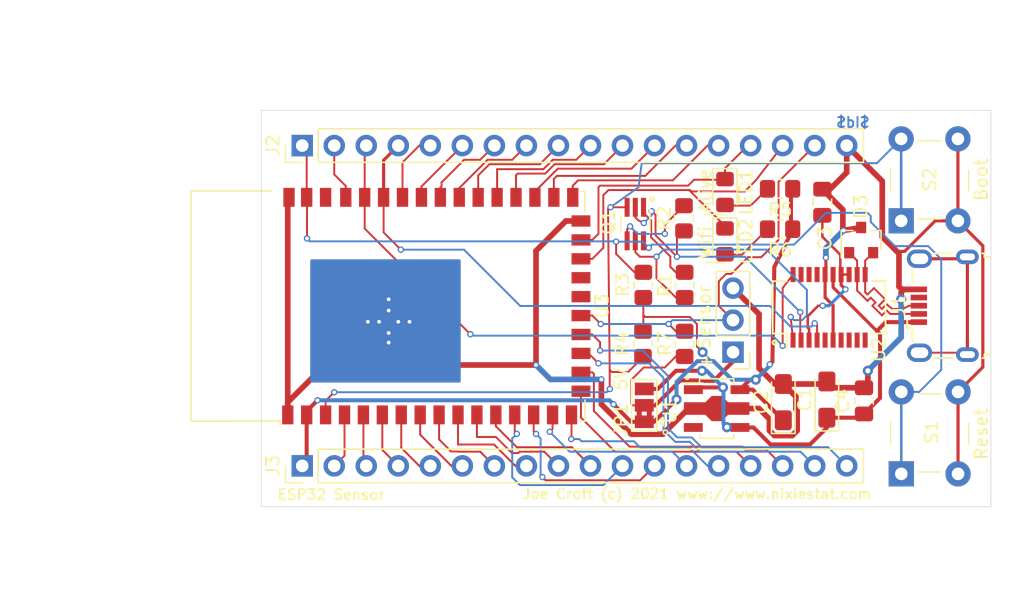
<source format=kicad_pcb>
(kicad_pcb (version 20171130) (host pcbnew 5.1.8-5.1.8)

  (general
    (thickness 1.6)
    (drawings 28)
    (tracks 558)
    (zones 0)
    (modules 25)
    (nets 63)
  )

  (page A4)
  (layers
    (0 F.Cu signal)
    (31 B.Cu signal)
    (32 B.Adhes user)
    (33 F.Adhes user)
    (34 B.Paste user)
    (35 F.Paste user)
    (36 B.SilkS user)
    (37 F.SilkS user)
    (38 B.Mask user)
    (39 F.Mask user)
    (40 Dwgs.User user hide)
    (41 Cmts.User user)
    (42 Eco1.User user)
    (43 Eco2.User user)
    (44 Edge.Cuts user)
    (45 Margin user)
    (46 B.CrtYd user)
    (47 F.CrtYd user)
    (48 B.Fab user)
    (49 F.Fab user)
  )

  (setup
    (last_trace_width 0.25)
    (user_trace_width 0.1524)
    (user_trace_width 0.2)
    (user_trace_width 0.45)
    (trace_clearance 0.2)
    (zone_clearance 0.508)
    (zone_45_only no)
    (trace_min 0.1524)
    (via_size 0.8)
    (via_drill 0.4)
    (via_min_size 0.4)
    (via_min_drill 0.3)
    (user_via 0.5 0.3)
    (uvia_size 0.3)
    (uvia_drill 0.1)
    (uvias_allowed no)
    (uvia_min_size 0.2)
    (uvia_min_drill 0.1)
    (edge_width 0.05)
    (segment_width 0.2)
    (pcb_text_width 0.3)
    (pcb_text_size 1.5 1.5)
    (mod_edge_width 0.12)
    (mod_text_size 1 1)
    (mod_text_width 0.15)
    (pad_size 1.524 1.524)
    (pad_drill 0.762)
    (pad_to_mask_clearance 0)
    (aux_axis_origin 0 0)
    (visible_elements FFFFFF7F)
    (pcbplotparams
      (layerselection 0x010ec_ffffffff)
      (usegerberextensions false)
      (usegerberattributes true)
      (usegerberadvancedattributes true)
      (creategerberjobfile true)
      (excludeedgelayer true)
      (linewidth 0.100000)
      (plotframeref false)
      (viasonmask false)
      (mode 1)
      (useauxorigin false)
      (hpglpennumber 1)
      (hpglpenspeed 20)
      (hpglpendiameter 15.000000)
      (psnegative false)
      (psa4output false)
      (plotreference true)
      (plotvalue true)
      (plotinvisibletext false)
      (padsonsilk false)
      (subtractmaskfromsilk false)
      (outputformat 1)
      (mirror false)
      (drillshape 0)
      (scaleselection 1)
      (outputdirectory "gerber/"))
  )

  (net 0 "")
  (net 1 GNDREF)
  (net 2 +3.3V)
  (net 3 "Net-(J1-Pad4)")
  (net 4 "Net-(Q1-Pad5)")
  (net 5 "Net-(Q1-Pad4)")
  (net 6 "Net-(Q1-Pad3)")
  (net 7 "Net-(Q1-Pad2)")
  (net 8 "Net-(Q1-Pad1)")
  (net 9 "Net-(U2-Pad10)")
  (net 10 "Net-(U2-Pad7)")
  (net 11 "Net-(U2-Pad5)")
  (net 12 IO-26)
  (net 13 IO-33)
  (net 14 IO-34)
  (net 15 IO-35)
  (net 16 IO-36)
  (net 17 IO-37)
  (net 18 IO-38)
  (net 19 IO-39)
  (net 20 IO-40)
  (net 21 IO-41)
  (net 22 IO-42)
  (net 23 TXD0)
  (net 24 RXD0)
  (net 25 IO-45)
  (net 26 IO-46)
  (net 27 IO-15)
  (net 28 IO-14)
  (net 29 IO-13)
  (net 30 IO-12)
  (net 31 IO-05)
  (net 32 IO-04)
  (net 33 IO-03)
  (net 34 IO-02)
  (net 35 IO-01)
  (net 36 IO-16)
  (net 37 IO-17)
  (net 38 IO-18)
  (net 39 IO-21)
  (net 40 RESET)
  (net 41 "Net-(U2-Pad19)")
  (net 42 "Net-(U2-Pad18)")
  (net 43 "Net-(U2-Pad17)")
  (net 44 "Net-(U2-Pad9)")
  (net 45 "Net-(U2-Pad8)")
  (net 46 "Net-(J4-Pad1)")
  (net 47 +5V)
  (net 48 "Net-(J1-Pad6)")
  (net 49 /USB_P)
  (net 50 /USB_N)
  (net 51 "Net-(U1-Pad3)")
  (net 52 "Net-(C3-Pad1)")
  (net 53 "Net-(LED1-Pad2)")
  (net 54 "Net-(LED2-Pad2)")
  (net 55 IO-11)
  (net 56 IO-10)
  (net 57 IO-09)
  (net 58 IO-08)
  (net 59 IO-07)
  (net 60 IO-06)
  (net 61 "Net-(U3-Pad22)")
  (net 62 "Net-(U3-Pad23)")

  (net_class Default "This is the default net class."
    (clearance 0.2)
    (trace_width 0.25)
    (via_dia 0.8)
    (via_drill 0.4)
    (uvia_dia 0.3)
    (uvia_drill 0.1)
    (add_net +3.3V)
    (add_net +5V)
    (add_net /USB_N)
    (add_net /USB_P)
    (add_net GNDREF)
    (add_net IO-01)
    (add_net IO-02)
    (add_net IO-03)
    (add_net IO-04)
    (add_net IO-05)
    (add_net IO-06)
    (add_net IO-07)
    (add_net IO-08)
    (add_net IO-09)
    (add_net IO-10)
    (add_net IO-11)
    (add_net IO-12)
    (add_net IO-13)
    (add_net IO-14)
    (add_net IO-15)
    (add_net IO-16)
    (add_net IO-17)
    (add_net IO-18)
    (add_net IO-21)
    (add_net IO-26)
    (add_net IO-33)
    (add_net IO-34)
    (add_net IO-35)
    (add_net IO-36)
    (add_net IO-37)
    (add_net IO-38)
    (add_net IO-39)
    (add_net IO-40)
    (add_net IO-41)
    (add_net IO-42)
    (add_net IO-45)
    (add_net IO-46)
    (add_net "Net-(C3-Pad1)")
    (add_net "Net-(J1-Pad4)")
    (add_net "Net-(J1-Pad6)")
    (add_net "Net-(J4-Pad1)")
    (add_net "Net-(LED1-Pad2)")
    (add_net "Net-(LED2-Pad2)")
    (add_net "Net-(Q1-Pad1)")
    (add_net "Net-(Q1-Pad2)")
    (add_net "Net-(Q1-Pad3)")
    (add_net "Net-(Q1-Pad4)")
    (add_net "Net-(Q1-Pad5)")
    (add_net "Net-(U1-Pad3)")
    (add_net "Net-(U2-Pad10)")
    (add_net "Net-(U2-Pad17)")
    (add_net "Net-(U2-Pad18)")
    (add_net "Net-(U2-Pad19)")
    (add_net "Net-(U2-Pad5)")
    (add_net "Net-(U2-Pad7)")
    (add_net "Net-(U2-Pad8)")
    (add_net "Net-(U2-Pad9)")
    (add_net "Net-(U3-Pad22)")
    (add_net "Net-(U3-Pad23)")
    (add_net RESET)
    (add_net RXD0)
    (add_net TXD0)
  )

  (module RF_Module:ESP32-S2-WROVER (layer F.Cu) (tedit 5E764C18) (tstamp 605E97E4)
    (at 137.503 106.583 90)
    (descr "ESP32-S2-WROVER(-I) 2.4 GHz Wi-Fi https://www.espressif.com/sites/default/files/documentation/esp32-s2-wroom_esp32-s2-wroom-i_datasheet_en.pdf")
    (tags "ESP32-S2  ESP32  WIFI")
    (path /605D19E3)
    (attr smd)
    (fp_text reference U3 (at 0.0046 13.1444 270) (layer F.SilkS)
      (effects (font (size 1 1) (thickness 0.15)))
    )
    (fp_text value ESP32-S2-WROVER (at 0.04 13.145 270) (layer F.Fab) hide
      (effects (font (size 1 1) (thickness 0.15)))
    )
    (fp_line (start 9 -13.023) (end -9 -13.023) (layer F.Fab) (width 0.1))
    (fp_line (start 9 -19.32) (end 9 11.68) (layer F.Fab) (width 0.1))
    (fp_line (start -9 -19.323) (end 9 -19.323) (layer F.Fab) (width 0.1))
    (fp_line (start -9 -19.32) (end -9 -13.02) (layer F.Fab) (width 0.1))
    (fp_line (start -9 11.68) (end 9 11.68) (layer F.Fab) (width 0.1))
    (fp_line (start -9.12 11.8) (end -7.46 11.8) (layer F.SilkS) (width 0.12))
    (fp_line (start -9.12 11.44) (end -9.12 11.8) (layer F.SilkS) (width 0.12))
    (fp_line (start 9.12 11.8) (end 7.46 11.8) (layer F.SilkS) (width 0.12))
    (fp_line (start 9.12 11.54) (end 9.12 11.8) (layer F.SilkS) (width 0.12))
    (fp_line (start -9.125 -19.45) (end 9.13 -19.45) (layer F.SilkS) (width 0.12))
    (fp_line (start -9.11 -12.37) (end -9.125 -19.45) (layer F.SilkS) (width 0.12))
    (fp_line (start 9.13 -13.03) (end 9.13 -19.45) (layer F.SilkS) (width 0.12))
    (fp_line (start -9.63 -12.77) (end -9.63 12.47) (layer F.CrtYd) (width 0.05))
    (fp_line (start 9.63 12.47) (end 9.63 -12.77) (layer F.CrtYd) (width 0.05))
    (fp_line (start -9.63 12.47) (end 9.63 12.47) (layer F.CrtYd) (width 0.05))
    (fp_line (start -9.11 -12.37) (end -9.5 -12.37) (layer F.SilkS) (width 0.12))
    (fp_line (start -24 -13.023) (end 24 -13.023) (layer Dwgs.User) (width 0.12))
    (fp_line (start -24 -34.323) (end 24 -34.323) (layer Dwgs.User) (width 0.12))
    (fp_line (start 24 -34.323) (end 24 -13.023) (layer Dwgs.User) (width 0.12))
    (fp_line (start -24 -34.323) (end -24 -13.023) (layer Dwgs.User) (width 0.12))
    (fp_line (start 24 -15.03) (end 22 -13.03) (layer Dwgs.User) (width 0.12))
    (fp_line (start 24 -20.04) (end 17 -13.03) (layer Dwgs.User) (width 0.12))
    (fp_line (start 24 -25.02) (end 12 -13.03) (layer Dwgs.User) (width 0.12))
    (fp_line (start 24 -30.04) (end 7.01 -13.03) (layer Dwgs.User) (width 0.12))
    (fp_line (start 23.28 -34.32) (end 2 -13.03) (layer Dwgs.User) (width 0.12))
    (fp_line (start 18.31 -34.32) (end -2.95 -13.03) (layer Dwgs.User) (width 0.12))
    (fp_line (start 13.28 -34.32) (end -7.99 -13.03) (layer Dwgs.User) (width 0.12))
    (fp_line (start 8.26 -34.32) (end -13.01 -13.02) (layer Dwgs.User) (width 0.12))
    (fp_line (start 3.27 -34.32) (end -18 -13.03) (layer Dwgs.User) (width 0.12))
    (fp_line (start -1.73 -34.32) (end -23 -13.03) (layer Dwgs.User) (width 0.12))
    (fp_line (start -6.7 -34.32) (end -24 -17.01) (layer Dwgs.User) (width 0.12))
    (fp_line (start -11.69 -34.32) (end -24 -22.01) (layer Dwgs.User) (width 0.12))
    (fp_line (start -16.69 -34.32) (end -24 -27) (layer Dwgs.User) (width 0.12))
    (fp_line (start -21.69 -34.32) (end -23.99 -32.02) (layer Dwgs.User) (width 0.12))
    (fp_line (start 9.63 -12.77) (end 24.25 -12.77) (layer F.CrtYd) (width 0.05))
    (fp_line (start 24.25 -12.77) (end 24.25 -34.57) (layer F.CrtYd) (width 0.05))
    (fp_line (start 24.25 -34.57) (end -24.25 -34.57) (layer F.CrtYd) (width 0.05))
    (fp_line (start -24.25 -34.57) (end -24.25 -12.77) (layer F.CrtYd) (width 0.05))
    (fp_line (start -24.25 -12.77) (end -9.63 -12.77) (layer F.CrtYd) (width 0.05))
    (fp_line (start -9 -12.02) (end -8.5 -12.52) (layer F.Fab) (width 0.1))
    (fp_line (start -8.5 -12.52) (end -9 -13.02) (layer F.Fab) (width 0.1))
    (fp_line (start -9 -12.02) (end -9 11.68) (layer F.Fab) (width 0.1))
    (fp_text user ANTENNA (at 0 -16.15 90) (layer Cmts.User)
      (effects (font (size 1.25 1.25) (thickness 0.15)))
    )
    (fp_text user "KEEP-OUT ZONE" (at 0 -27.09 90) (layer Cmts.User)
      (effects (font (size 2 2) (thickness 0.15)))
    )
    (fp_text user %R (at 0 0 90) (layer F.Fab)
      (effects (font (size 1 1) (thickness 0.15)))
    )
    (pad 1 smd rect (at -8.625 -11.775 90) (size 1.5 0.9) (layers F.Cu F.Paste F.Mask)
      (net 1 GNDREF))
    (pad 15 smd rect (at -8.625 9.225 270) (size 1.5 0.9) (layers F.Cu F.Paste F.Mask)
      (net 30 IO-12))
    (pad 16 smd rect (at -8.625 10.725 270) (size 1.5 0.9) (layers F.Cu F.Paste F.Mask)
      (net 29 IO-13))
    (pad 17 smd rect (at -6.75 11.475 90) (size 0.9 1.5) (layers F.Cu F.Paste F.Mask)
      (net 28 IO-14))
    (pad 18 smd rect (at -5.25 11.475 90) (size 0.9 1.5) (layers F.Cu F.Paste F.Mask)
      (net 27 IO-15))
    (pad 19 smd rect (at -3.75 11.475 90) (size 0.9 1.5) (layers F.Cu F.Paste F.Mask)
      (net 36 IO-16))
    (pad 20 smd rect (at -2.25 11.475 90) (size 0.9 1.5) (layers F.Cu F.Paste F.Mask)
      (net 37 IO-17))
    (pad 21 smd rect (at -0.75 11.475 90) (size 0.9 1.5) (layers F.Cu F.Paste F.Mask)
      (net 38 IO-18))
    (pad 22 smd rect (at 0.75 11.475 90) (size 0.9 1.5) (layers F.Cu F.Paste F.Mask)
      (net 61 "Net-(U3-Pad22)"))
    (pad 23 smd rect (at 2.25 11.475 90) (size 0.9 1.5) (layers F.Cu F.Paste F.Mask)
      (net 62 "Net-(U3-Pad23)"))
    (pad 24 smd rect (at 3.75 11.475 90) (size 0.9 1.5) (layers F.Cu F.Paste F.Mask)
      (net 39 IO-21))
    (pad 2 smd rect (at -8.625 -10.275 90) (size 1.5 0.9) (layers F.Cu F.Paste F.Mask)
      (net 2 +3.3V))
    (pad 3 smd rect (at -8.625 -8.775 90) (size 1.5 0.9) (layers F.Cu F.Paste F.Mask)
      (net 6 "Net-(Q1-Pad3)"))
    (pad 4 smd rect (at -8.625 -7.275 90) (size 1.5 0.9) (layers F.Cu F.Paste F.Mask)
      (net 35 IO-01))
    (pad 5 smd rect (at -8.625 -5.775 90) (size 1.5 0.9) (layers F.Cu F.Paste F.Mask)
      (net 34 IO-02))
    (pad 6 smd rect (at -8.625 -4.275 90) (size 1.5 0.9) (layers F.Cu F.Paste F.Mask)
      (net 33 IO-03))
    (pad 7 smd rect (at -8.625 -2.775 90) (size 1.5 0.9) (layers F.Cu F.Paste F.Mask)
      (net 32 IO-04))
    (pad 8 smd rect (at -8.625 -1.275 90) (size 1.5 0.9) (layers F.Cu F.Paste F.Mask)
      (net 31 IO-05))
    (pad 9 smd rect (at -8.625 0.225 90) (size 1.5 0.9) (layers F.Cu F.Paste F.Mask)
      (net 60 IO-06))
    (pad 10 smd rect (at -8.625 1.725 90) (size 1.5 0.9) (layers F.Cu F.Paste F.Mask)
      (net 59 IO-07))
    (pad 11 smd rect (at -8.625 3.225 90) (size 1.5 0.9) (layers F.Cu F.Paste F.Mask)
      (net 58 IO-08))
    (pad 12 smd rect (at -8.625 4.725 90) (size 1.5 0.9) (layers F.Cu F.Paste F.Mask)
      (net 57 IO-09))
    (pad 13 smd rect (at -8.625 6.225 90) (size 1.5 0.9) (layers F.Cu F.Paste F.Mask)
      (net 56 IO-10))
    (pad 14 smd rect (at -8.625 7.725 90) (size 1.5 0.9) (layers F.Cu F.Paste F.Mask)
      (net 55 IO-11))
    (pad 38 smd rect (at 8.625 -5.675 90) (size 1.5 0.9) (layers F.Cu F.Paste F.Mask)
      (net 24 RXD0))
    (pad 37 smd rect (at 8.625 -4.175 90) (size 1.5 0.9) (layers F.Cu F.Paste F.Mask)
      (net 23 TXD0))
    (pad 36 smd rect (at 8.625 -2.675 90) (size 1.5 0.9) (layers F.Cu F.Paste F.Mask)
      (net 22 IO-42))
    (pad 35 smd rect (at 8.625 -1.175 90) (size 1.5 0.9) (layers F.Cu F.Paste F.Mask)
      (net 21 IO-41))
    (pad 34 smd rect (at 8.625 0.325 90) (size 1.5 0.9) (layers F.Cu F.Paste F.Mask)
      (net 20 IO-40))
    (pad 33 smd rect (at 8.625 1.825 90) (size 1.5 0.9) (layers F.Cu F.Paste F.Mask)
      (net 19 IO-39))
    (pad 32 smd rect (at 8.625 3.325 90) (size 1.5 0.9) (layers F.Cu F.Paste F.Mask)
      (net 18 IO-38))
    (pad 31 smd rect (at 8.625 4.825 90) (size 1.5 0.9) (layers F.Cu F.Paste F.Mask)
      (net 17 IO-37))
    (pad 30 smd rect (at 8.625 6.325 90) (size 1.5 0.9) (layers F.Cu F.Paste F.Mask)
      (net 16 IO-36))
    (pad 29 smd rect (at 8.625 7.825 90) (size 1.5 0.9) (layers F.Cu F.Paste F.Mask)
      (net 15 IO-35))
    (pad 28 smd rect (at 8.625 9.325 90) (size 1.5 0.9) (layers F.Cu F.Paste F.Mask)
      (net 14 IO-34))
    (pad 27 smd rect (at 8.625 10.825 90) (size 1.5 0.9) (layers F.Cu F.Paste F.Mask)
      (net 13 IO-33))
    (pad 26 smd rect (at 6.75 11.475 90) (size 0.9 1.5) (layers F.Cu F.Paste F.Mask)
      (net 1 GNDREF))
    (pad 25 smd rect (at 5.25 11.475 90) (size 0.9 1.5) (layers F.Cu F.Paste F.Mask)
      (net 12 IO-26))
    (pad 39 smd rect (at 8.625 -7.175 90) (size 1.5 0.9) (layers F.Cu F.Paste F.Mask)
      (net 25 IO-45))
    (pad 40 smd rect (at 8.625 -8.775 90) (size 1.5 0.9) (layers F.Cu F.Paste F.Mask)
      (net 26 IO-46))
    (pad 41 smd rect (at 8.625 -10.275 90) (size 1.5 0.9) (layers F.Cu F.Paste F.Mask)
      (net 40 RESET))
    (pad 42 smd rect (at 8.625 -11.675 90) (size 1.5 0.9) (layers F.Cu F.Paste F.Mask)
      (net 1 GNDREF))
    (pad 43 smd rect (at -1.19 -3.735 90) (size 4.1 4.1) (layers F.Cu F.Paste F.Mask)
      (net 1 GNDREF))
    (model ${KISYS3DMOD}/RF_Module.3dshapes/ESP32-S2-WROVER.wrl
      (at (xyz 0 0 0))
      (scale (xyz 1 1 1))
      (rotate (xyz 0 0 0))
    )
  )

  (module LED_SMD:LED_0805_2012Metric_Pad1.15x1.40mm_HandSolder (layer F.Cu) (tedit 5F68FEF1) (tstamp 608E96BB)
    (at 160.401 101.4476 270)
    (descr "LED SMD 0805 (2012 Metric), square (rectangular) end terminal, IPC_7351 nominal, (Body size source: https://docs.google.com/spreadsheets/d/1BsfQQcO9C6DZCsRaXUlFlo91Tg2WpOkGARC1WS5S8t0/edit?usp=sharing), generated with kicad-footprint-generator")
    (tags "LED handsolder")
    (path /6097850F)
    (attr smd)
    (fp_text reference LED2 (at 0 -1.65 90) (layer F.SilkS)
      (effects (font (size 1 1) (thickness 0.15)))
    )
    (fp_text value LED (at 0 1.65 90) (layer F.Fab)
      (effects (font (size 1 1) (thickness 0.15)))
    )
    (fp_line (start 1 -0.6) (end -0.7 -0.6) (layer F.Fab) (width 0.1))
    (fp_line (start -0.7 -0.6) (end -1 -0.3) (layer F.Fab) (width 0.1))
    (fp_line (start -1 -0.3) (end -1 0.6) (layer F.Fab) (width 0.1))
    (fp_line (start -1 0.6) (end 1 0.6) (layer F.Fab) (width 0.1))
    (fp_line (start 1 0.6) (end 1 -0.6) (layer F.Fab) (width 0.1))
    (fp_line (start 1 -0.96) (end -1.86 -0.96) (layer F.SilkS) (width 0.12))
    (fp_line (start -1.86 -0.96) (end -1.86 0.96) (layer F.SilkS) (width 0.12))
    (fp_line (start -1.86 0.96) (end 1 0.96) (layer F.SilkS) (width 0.12))
    (fp_line (start -1.85 0.95) (end -1.85 -0.95) (layer F.CrtYd) (width 0.05))
    (fp_line (start -1.85 -0.95) (end 1.85 -0.95) (layer F.CrtYd) (width 0.05))
    (fp_line (start 1.85 -0.95) (end 1.85 0.95) (layer F.CrtYd) (width 0.05))
    (fp_line (start 1.85 0.95) (end -1.85 0.95) (layer F.CrtYd) (width 0.05))
    (fp_text user %R (at 0 0 90) (layer F.Fab)
      (effects (font (size 0.5 0.5) (thickness 0.08)))
    )
    (pad 2 smd roundrect (at 1.025 0 270) (size 1.15 1.4) (layers F.Cu F.Paste F.Mask) (roundrect_rratio 0.217391)
      (net 54 "Net-(LED2-Pad2)"))
    (pad 1 smd roundrect (at -1.025 0 270) (size 1.15 1.4) (layers F.Cu F.Paste F.Mask) (roundrect_rratio 0.217391)
      (net 39 IO-21))
    (model ${KISYS3DMOD}/LED_SMD.3dshapes/LED_0805_2012Metric.wrl
      (at (xyz 0 0 0))
      (scale (xyz 1 1 1))
      (rotate (xyz 0 0 0))
    )
  )

  (module LED_SMD:LED_0805_2012Metric_Pad1.15x1.40mm_HandSolder (layer F.Cu) (tedit 5F68FEF1) (tstamp 608E9B1C)
    (at 160.401 97.536 270)
    (descr "LED SMD 0805 (2012 Metric), square (rectangular) end terminal, IPC_7351 nominal, (Body size source: https://docs.google.com/spreadsheets/d/1BsfQQcO9C6DZCsRaXUlFlo91Tg2WpOkGARC1WS5S8t0/edit?usp=sharing), generated with kicad-footprint-generator")
    (tags "LED handsolder")
    (path /60976D2B)
    (attr smd)
    (fp_text reference LED1 (at 0 -1.65 90) (layer F.SilkS)
      (effects (font (size 1 1) (thickness 0.15)))
    )
    (fp_text value LED (at 0 1.65 90) (layer F.Fab)
      (effects (font (size 1 1) (thickness 0.15)))
    )
    (fp_line (start 1 -0.6) (end -0.7 -0.6) (layer F.Fab) (width 0.1))
    (fp_line (start -0.7 -0.6) (end -1 -0.3) (layer F.Fab) (width 0.1))
    (fp_line (start -1 -0.3) (end -1 0.6) (layer F.Fab) (width 0.1))
    (fp_line (start -1 0.6) (end 1 0.6) (layer F.Fab) (width 0.1))
    (fp_line (start 1 0.6) (end 1 -0.6) (layer F.Fab) (width 0.1))
    (fp_line (start 1 -0.96) (end -1.86 -0.96) (layer F.SilkS) (width 0.12))
    (fp_line (start -1.86 -0.96) (end -1.86 0.96) (layer F.SilkS) (width 0.12))
    (fp_line (start -1.86 0.96) (end 1 0.96) (layer F.SilkS) (width 0.12))
    (fp_line (start -1.85 0.95) (end -1.85 -0.95) (layer F.CrtYd) (width 0.05))
    (fp_line (start -1.85 -0.95) (end 1.85 -0.95) (layer F.CrtYd) (width 0.05))
    (fp_line (start 1.85 -0.95) (end 1.85 0.95) (layer F.CrtYd) (width 0.05))
    (fp_line (start 1.85 0.95) (end -1.85 0.95) (layer F.CrtYd) (width 0.05))
    (fp_text user %R (at 0 0 90) (layer F.Fab)
      (effects (font (size 0.5 0.5) (thickness 0.08)))
    )
    (pad 2 smd roundrect (at 1.025 0 270) (size 1.15 1.4) (layers F.Cu F.Paste F.Mask) (roundrect_rratio 0.217391)
      (net 53 "Net-(LED1-Pad2)"))
    (pad 1 smd roundrect (at -1.025 0 270) (size 1.15 1.4) (layers F.Cu F.Paste F.Mask) (roundrect_rratio 0.217391)
      (net 12 IO-26))
    (model ${KISYS3DMOD}/LED_SMD.3dshapes/LED_0805_2012Metric.wrl
      (at (xyz 0 0 0))
      (scale (xyz 1 1 1))
      (rotate (xyz 0 0 0))
    )
  )

  (module Resistor_SMD:R_0805_2012Metric_Pad1.20x1.40mm_HandSolder (layer F.Cu) (tedit 5F68FEEE) (tstamp 608EB5E5)
    (at 157.2006 109.5756 90)
    (descr "Resistor SMD 0805 (2012 Metric), square (rectangular) end terminal, IPC_7351 nominal with elongated pad for handsoldering. (Body size source: IPC-SM-782 page 72, https://www.pcb-3d.com/wordpress/wp-content/uploads/ipc-sm-782a_amendment_1_and_2.pdf), generated with kicad-footprint-generator")
    (tags "resistor handsolder")
    (path /6093FB9B)
    (attr smd)
    (fp_text reference R7 (at 0 -1.5748 90) (layer F.SilkS)
      (effects (font (size 1 1) (thickness 0.15)))
    )
    (fp_text value 2.3K (at 0 1.65 90) (layer F.Fab)
      (effects (font (size 1 1) (thickness 0.15)))
    )
    (fp_line (start -1 0.625) (end -1 -0.625) (layer F.Fab) (width 0.1))
    (fp_line (start -1 -0.625) (end 1 -0.625) (layer F.Fab) (width 0.1))
    (fp_line (start 1 -0.625) (end 1 0.625) (layer F.Fab) (width 0.1))
    (fp_line (start 1 0.625) (end -1 0.625) (layer F.Fab) (width 0.1))
    (fp_line (start -0.227064 -0.735) (end 0.227064 -0.735) (layer F.SilkS) (width 0.12))
    (fp_line (start -0.227064 0.735) (end 0.227064 0.735) (layer F.SilkS) (width 0.12))
    (fp_line (start -1.85 0.95) (end -1.85 -0.95) (layer F.CrtYd) (width 0.05))
    (fp_line (start -1.85 -0.95) (end 1.85 -0.95) (layer F.CrtYd) (width 0.05))
    (fp_line (start 1.85 -0.95) (end 1.85 0.95) (layer F.CrtYd) (width 0.05))
    (fp_line (start 1.85 0.95) (end -1.85 0.95) (layer F.CrtYd) (width 0.05))
    (fp_text user %R (at 0 0 90) (layer F.Fab)
      (effects (font (size 0.5 0.5) (thickness 0.08)))
    )
    (pad 2 smd roundrect (at 1 0 90) (size 1.2 1.4) (layers F.Cu F.Paste F.Mask) (roundrect_rratio 0.208333)
      (net 38 IO-18))
    (pad 1 smd roundrect (at -1 0 90) (size 1.2 1.4) (layers F.Cu F.Paste F.Mask) (roundrect_rratio 0.208333)
      (net 46 "Net-(J4-Pad1)"))
    (model ${KISYS3DMOD}/Resistor_SMD.3dshapes/R_0805_2012Metric.wrl
      (at (xyz 0 0 0))
      (scale (xyz 1 1 1))
      (rotate (xyz 0 0 0))
    )
  )

  (module Connector_PinHeader_2.54mm:PinHeader_1x03_P2.54mm_Vertical (layer F.Cu) (tedit 59FED5CC) (tstamp 60799C42)
    (at 161.036 110.236 180)
    (descr "Through hole straight pin header, 1x03, 2.54mm pitch, single row")
    (tags "Through hole pin header THT 1x03 2.54mm single row")
    (path /6092217A)
    (fp_text reference J4 (at -2.413 2.667 270) (layer F.SilkS) hide
      (effects (font (size 1 1) (thickness 0.15)))
    )
    (fp_text value Conn_01x03_Male (at 0 7.41) (layer F.Fab)
      (effects (font (size 1 1) (thickness 0.15)))
    )
    (fp_line (start -0.635 -1.27) (end 1.27 -1.27) (layer F.Fab) (width 0.1))
    (fp_line (start 1.27 -1.27) (end 1.27 6.35) (layer F.Fab) (width 0.1))
    (fp_line (start 1.27 6.35) (end -1.27 6.35) (layer F.Fab) (width 0.1))
    (fp_line (start -1.27 6.35) (end -1.27 -0.635) (layer F.Fab) (width 0.1))
    (fp_line (start -1.27 -0.635) (end -0.635 -1.27) (layer F.Fab) (width 0.1))
    (fp_line (start -1.33 6.41) (end 1.33 6.41) (layer F.SilkS) (width 0.12))
    (fp_line (start -1.33 1.27) (end -1.33 6.41) (layer F.SilkS) (width 0.12))
    (fp_line (start 1.33 1.27) (end 1.33 6.41) (layer F.SilkS) (width 0.12))
    (fp_line (start -1.33 1.27) (end 1.33 1.27) (layer F.SilkS) (width 0.12))
    (fp_line (start -1.33 0) (end -1.33 -1.33) (layer F.SilkS) (width 0.12))
    (fp_line (start -1.33 -1.33) (end 0 -1.33) (layer F.SilkS) (width 0.12))
    (fp_line (start -1.8 -1.8) (end -1.8 6.85) (layer F.CrtYd) (width 0.05))
    (fp_line (start -1.8 6.85) (end 1.8 6.85) (layer F.CrtYd) (width 0.05))
    (fp_line (start 1.8 6.85) (end 1.8 -1.8) (layer F.CrtYd) (width 0.05))
    (fp_line (start 1.8 -1.8) (end -1.8 -1.8) (layer F.CrtYd) (width 0.05))
    (fp_text user %R (at 0 2.54 90) (layer F.Fab)
      (effects (font (size 1 1) (thickness 0.15)))
    )
    (pad 3 thru_hole oval (at 0 5.08 180) (size 1.7 1.7) (drill 1) (layers *.Cu *.Mask)
      (net 1 GNDREF))
    (pad 2 thru_hole oval (at 0 2.54 180) (size 1.7 1.7) (drill 1) (layers *.Cu *.Mask)
      (net 38 IO-18))
    (pad 1 thru_hole rect (at 0 0 180) (size 1.7 1.7) (drill 1) (layers *.Cu *.Mask)
      (net 46 "Net-(J4-Pad1)"))
    (model ${KISYS3DMOD}/Connector_PinHeader_2.54mm.3dshapes/PinHeader_1x03_P2.54mm_Vertical.wrl
      (at (xyz 0 0 0))
      (scale (xyz 1 1 1))
      (rotate (xyz 0 0 0))
    )
  )

  (module Package_TO_SOT_SMD:SOT-89-5 (layer F.Cu) (tedit 5C33D68A) (tstamp 608D559E)
    (at 159.7406 114.7064)
    (descr "SOT-89-5, http://www.e-devices.ricoh.co.jp/en/products/product_power/pkg/sot-89-5.pdf")
    (tags SOT-89-5)
    (path /60B8AEF2)
    (attr smd)
    (fp_text reference U1 (at -3.7084 0.2032 -90) (layer F.SilkS)
      (effects (font (size 1 1) (thickness 0.15)))
    )
    (fp_text value AP7361C-33Y5-13 (at 0 3.5) (layer F.Fab)
      (effects (font (size 1 1) (thickness 0.15)))
    )
    (fp_line (start -2.85 2.5) (end -2.85 -2.5) (layer F.CrtYd) (width 0.05))
    (fp_line (start -2.85 2.5) (end 2.85 2.5) (layer F.CrtYd) (width 0.05))
    (fp_line (start 2.85 -2.5) (end -2.85 -2.5) (layer F.CrtYd) (width 0.05))
    (fp_line (start 2.85 -2.5) (end 2.85 2.5) (layer F.CrtYd) (width 0.05))
    (fp_line (start -0.25 -2.25) (end 1.25 -2.25) (layer F.Fab) (width 0.1))
    (fp_line (start -1.25 2.25) (end -1.25 -1.25) (layer F.Fab) (width 0.1))
    (fp_line (start 1.25 2.25) (end -1.25 2.25) (layer F.Fab) (width 0.1))
    (fp_line (start 1.25 -2.25) (end 1.25 2.25) (layer F.Fab) (width 0.1))
    (fp_line (start -1.25 -1.25) (end -0.25 -2.25) (layer F.Fab) (width 0.1))
    (fp_line (start -1.36 2.36) (end -1.36 2.03) (layer F.SilkS) (width 0.12))
    (fp_line (start -1.36 -2.36) (end -1.36 -2.03) (layer F.SilkS) (width 0.12))
    (fp_line (start -1.36 -2.36) (end 1.36 -2.36) (layer F.SilkS) (width 0.12))
    (fp_line (start 1.36 -2.36) (end 1.36 -2.03) (layer F.SilkS) (width 0.12))
    (fp_line (start -2.54 -2.03) (end -1.36 -2.03) (layer F.SilkS) (width 0.12))
    (fp_line (start 1.36 2.36) (end -1.36 2.36) (layer F.SilkS) (width 0.12))
    (fp_line (start 1.36 2.03) (end 1.36 2.36) (layer F.SilkS) (width 0.12))
    (fp_text user %R (at 0.5 0 -270) (layer F.Fab)
      (effects (font (size 1 1) (thickness 0.15)))
    )
    (pad 2 smd custom (at 0 0) (size 0.8 2) (layers F.Cu F.Paste F.Mask)
      (net 1 GNDREF) (zone_connect 2)
      (options (clearance outline) (anchor rect))
      (primitives
        (gr_poly (pts
           (xy -2.6 -0.5) (xy -0.9 -0.5) (xy -0.4 -1) (xy 0.4 -1) (xy 0.9 -0.5)
           (xy 2.6 -0.5) (xy 2.6 0.5) (xy 0.9 0.5) (xy 0.4 1) (xy -0.4 1)
           (xy -0.9 0.5) (xy -2.6 0.5)) (width 0))
      ))
    (pad 3 smd rect (at -1.85 1.5) (size 1.5 0.7) (layers F.Cu F.Paste F.Mask)
      (net 51 "Net-(U1-Pad3)"))
    (pad 1 smd rect (at -1.85 -1.5) (size 1.5 0.7) (layers F.Cu F.Paste F.Mask)
      (net 47 +5V))
    (pad 4 smd rect (at 1.85 1.5) (size 1.5 0.7) (layers F.Cu F.Paste F.Mask)
      (net 47 +5V))
    (pad 5 smd rect (at 1.85 -1.5) (size 1.5 0.7) (layers F.Cu F.Paste F.Mask)
      (net 2 +3.3V))
    (model ${KISYS3DMOD}/Package_TO_SOT_SMD.3dshapes/SOT-89-5.wrl
      (at (xyz 0 0 0))
      (scale (xyz 1 1 1))
      (rotate (xyz 0 0 0))
    )
  )

  (module Package_TO_SOT_SMD:SOT-363_SC-70-6_Handsoldering (layer F.Cu) (tedit 5A02FF57) (tstamp 608D43E8)
    (at 153.289 100.076 270)
    (descr "SOT-363, SC-70-6, Handsoldering")
    (tags "SOT-363 SC-70-6 Handsoldering")
    (path /605DDBF6)
    (attr smd)
    (fp_text reference Q1 (at -0.1524 2.1336 90) (layer F.SilkS)
      (effects (font (size 1 1) (thickness 0.15)))
    )
    (fp_text value MTB3904-2 (at 0 2 270) (layer F.Fab)
      (effects (font (size 1 1) (thickness 0.15)))
    )
    (fp_line (start -0.175 -1.1) (end -0.675 -0.6) (layer F.Fab) (width 0.1))
    (fp_line (start 0.675 1.1) (end -0.675 1.1) (layer F.Fab) (width 0.1))
    (fp_line (start 0.675 -1.1) (end 0.675 1.1) (layer F.Fab) (width 0.1))
    (fp_line (start -0.675 -0.6) (end -0.675 1.1) (layer F.Fab) (width 0.1))
    (fp_line (start 0.675 -1.1) (end -0.175 -1.1) (layer F.Fab) (width 0.1))
    (fp_line (start -2.4 -1.4) (end 2.4 -1.4) (layer F.CrtYd) (width 0.05))
    (fp_line (start -2.4 -1.4) (end -2.4 1.4) (layer F.CrtYd) (width 0.05))
    (fp_line (start 2.4 1.4) (end 2.4 -1.4) (layer F.CrtYd) (width 0.05))
    (fp_line (start -0.7 1.16) (end 0.7 1.16) (layer F.SilkS) (width 0.12))
    (fp_line (start 0.7 -1.16) (end -1.2 -1.16) (layer F.SilkS) (width 0.12))
    (fp_line (start -2.4 1.4) (end 2.4 1.4) (layer F.CrtYd) (width 0.05))
    (fp_text user %R (at 0 0) (layer F.Fab)
      (effects (font (size 0.5 0.5) (thickness 0.075)))
    )
    (pad 6 smd rect (at 1.33 -0.65 270) (size 1.5 0.4) (layers F.Cu F.Paste F.Mask)
      (net 40 RESET))
    (pad 5 smd rect (at 1.33 0 270) (size 1.5 0.4) (layers F.Cu F.Paste F.Mask)
      (net 4 "Net-(Q1-Pad5)"))
    (pad 4 smd rect (at 1.33 0.65 270) (size 1.5 0.4) (layers F.Cu F.Paste F.Mask)
      (net 5 "Net-(Q1-Pad4)"))
    (pad 3 smd rect (at -1.33 0.65 270) (size 1.5 0.4) (layers F.Cu F.Paste F.Mask)
      (net 6 "Net-(Q1-Pad3)"))
    (pad 2 smd rect (at -1.33 0 270) (size 1.5 0.4) (layers F.Cu F.Paste F.Mask)
      (net 7 "Net-(Q1-Pad2)"))
    (pad 1 smd rect (at -1.33 -0.65 270) (size 1.5 0.4) (layers F.Cu F.Paste F.Mask)
      (net 8 "Net-(Q1-Pad1)"))
    (model ${KISYS3DMOD}/Package_TO_SOT_SMD.3dshapes/SOT-363_SC-70-6.wrl
      (at (xyz 0 0 0))
      (scale (xyz 1 1 1))
      (rotate (xyz 0 0 0))
    )
  )

  (module Jumper:SolderJumper-3_P1.3mm_Bridged2Bar12_Pad1.0x1.5mm (layer F.Cu) (tedit 5C756AFF) (tstamp 608D43D2)
    (at 154.0002 114.4524 90)
    (descr "SMD Solder 3-pad Jumper, 1x1.5mm Pads, 0.3mm gap, pads 1-2 Bridged2Bar with 2 copper strip")
    (tags "solder jumper open")
    (path /608A26B1)
    (attr virtual)
    (fp_text reference JP1 (at -1.1684 -1.8288 90) (layer F.SilkS)
      (effects (font (size 1 1) (thickness 0.15)))
    )
    (fp_text value Jumper_3_Bridged12 (at 0 2 90) (layer F.Fab)
      (effects (font (size 1 1) (thickness 0.15)))
    )
    (fp_poly (pts (xy -0.9 0.2) (xy -0.4 0.2) (xy -0.4 0.6) (xy -0.9 0.6)) (layer F.Cu) (width 0))
    (fp_poly (pts (xy -0.9 -0.6) (xy -0.4 -0.6) (xy -0.4 -0.2) (xy -0.9 -0.2)) (layer F.Cu) (width 0))
    (fp_line (start 2.3 1.25) (end -2.3 1.25) (layer F.CrtYd) (width 0.05))
    (fp_line (start 2.3 1.25) (end 2.3 -1.25) (layer F.CrtYd) (width 0.05))
    (fp_line (start -2.3 -1.25) (end -2.3 1.25) (layer F.CrtYd) (width 0.05))
    (fp_line (start -2.3 -1.25) (end 2.3 -1.25) (layer F.CrtYd) (width 0.05))
    (fp_line (start -2.05 -1) (end 2.05 -1) (layer F.SilkS) (width 0.12))
    (fp_line (start 2.05 -1) (end 2.05 1) (layer F.SilkS) (width 0.12))
    (fp_line (start 2.05 1) (end -2.05 1) (layer F.SilkS) (width 0.12))
    (fp_line (start -2.05 1) (end -2.05 -1) (layer F.SilkS) (width 0.12))
    (fp_line (start -1.3 1.2) (end -1.6 1.5) (layer F.SilkS) (width 0.12))
    (fp_line (start -1.6 1.5) (end -1 1.5) (layer F.SilkS) (width 0.12))
    (fp_line (start -1.3 1.2) (end -1 1.5) (layer F.SilkS) (width 0.12))
    (pad 2 smd rect (at 0 0 90) (size 1 1.5) (layers F.Cu F.Mask)
      (net 46 "Net-(J4-Pad1)"))
    (pad 3 smd rect (at 1.3 0 90) (size 1 1.5) (layers F.Cu F.Mask)
      (net 47 +5V))
    (pad 1 smd rect (at -1.3 0 90) (size 1 1.5) (layers F.Cu F.Mask)
      (net 2 +3.3V))
  )

  (module Capacitor_SMD:C_0805_2012Metric_Pad1.18x1.45mm_HandSolder (layer F.Cu) (tedit 5F68FEEF) (tstamp 608D4232)
    (at 171.4246 114.0968 90)
    (descr "Capacitor SMD 0805 (2012 Metric), square (rectangular) end terminal, IPC_7351 nominal with elongated pad for handsoldering. (Body size source: IPC-SM-782 page 76, https://www.pcb-3d.com/wordpress/wp-content/uploads/ipc-sm-782a_amendment_1_and_2.pdf, https://docs.google.com/spreadsheets/d/1BsfQQcO9C6DZCsRaXUlFlo91Tg2WpOkGARC1WS5S8t0/edit?usp=sharing), generated with kicad-footprint-generator")
    (tags "capacitor handsolder")
    (path /60E07308)
    (attr smd)
    (fp_text reference C4 (at 0 -1.68 90) (layer F.SilkS)
      (effects (font (size 1 1) (thickness 0.15)))
    )
    (fp_text value .1uf (at 0 1.68 90) (layer F.Fab)
      (effects (font (size 1 1) (thickness 0.15)))
    )
    (fp_line (start 1.88 0.98) (end -1.88 0.98) (layer F.CrtYd) (width 0.05))
    (fp_line (start 1.88 -0.98) (end 1.88 0.98) (layer F.CrtYd) (width 0.05))
    (fp_line (start -1.88 -0.98) (end 1.88 -0.98) (layer F.CrtYd) (width 0.05))
    (fp_line (start -1.88 0.98) (end -1.88 -0.98) (layer F.CrtYd) (width 0.05))
    (fp_line (start -0.261252 0.735) (end 0.261252 0.735) (layer F.SilkS) (width 0.12))
    (fp_line (start -0.261252 -0.735) (end 0.261252 -0.735) (layer F.SilkS) (width 0.12))
    (fp_line (start 1 0.625) (end -1 0.625) (layer F.Fab) (width 0.1))
    (fp_line (start 1 -0.625) (end 1 0.625) (layer F.Fab) (width 0.1))
    (fp_line (start -1 -0.625) (end 1 -0.625) (layer F.Fab) (width 0.1))
    (fp_line (start -1 0.625) (end -1 -0.625) (layer F.Fab) (width 0.1))
    (fp_text user %R (at 0 0 90) (layer F.Fab)
      (effects (font (size 0.5 0.5) (thickness 0.08)))
    )
    (pad 2 smd roundrect (at 1.0375 0 90) (size 1.175 1.45) (layers F.Cu F.Paste F.Mask) (roundrect_rratio 0.212766)
      (net 1 GNDREF))
    (pad 1 smd roundrect (at -1.0375 0 90) (size 1.175 1.45) (layers F.Cu F.Paste F.Mask) (roundrect_rratio 0.212766)
      (net 47 +5V))
    (model ${KISYS3DMOD}/Capacitor_SMD.3dshapes/C_0805_2012Metric.wrl
      (at (xyz 0 0 0))
      (scale (xyz 1 1 1))
      (rotate (xyz 0 0 0))
    )
  )

  (module Capacitor_Tantalum_SMD:CP_EIA-3216-18_Kemet-A_Pad1.58x1.35mm_HandSolder (layer F.Cu) (tedit 5EBA9318) (tstamp 608D536F)
    (at 165.0238 114.1984 90)
    (descr "Tantalum Capacitor SMD Kemet-A (3216-18 Metric), IPC_7351 nominal, (Body size from: http://www.kemet.com/Lists/ProductCatalog/Attachments/253/KEM_TC101_STD.pdf), generated with kicad-footprint-generator")
    (tags "capacitor tantalum")
    (path /605DB190)
    (attr smd)
    (fp_text reference C2 (at 0 -1.75 90) (layer F.SilkS)
      (effects (font (size 1 1) (thickness 0.15)))
    )
    (fp_text value 10uf (at 0 1.75 90) (layer F.Fab)
      (effects (font (size 1 1) (thickness 0.15)))
    )
    (fp_line (start 2.48 1.05) (end -2.48 1.05) (layer F.CrtYd) (width 0.05))
    (fp_line (start 2.48 -1.05) (end 2.48 1.05) (layer F.CrtYd) (width 0.05))
    (fp_line (start -2.48 -1.05) (end 2.48 -1.05) (layer F.CrtYd) (width 0.05))
    (fp_line (start -2.48 1.05) (end -2.48 -1.05) (layer F.CrtYd) (width 0.05))
    (fp_line (start -2.485 0.935) (end 1.6 0.935) (layer F.SilkS) (width 0.12))
    (fp_line (start -2.485 -0.935) (end -2.485 0.935) (layer F.SilkS) (width 0.12))
    (fp_line (start 1.6 -0.935) (end -2.485 -0.935) (layer F.SilkS) (width 0.12))
    (fp_line (start 1.6 0.8) (end 1.6 -0.8) (layer F.Fab) (width 0.1))
    (fp_line (start -1.6 0.8) (end 1.6 0.8) (layer F.Fab) (width 0.1))
    (fp_line (start -1.6 -0.4) (end -1.6 0.8) (layer F.Fab) (width 0.1))
    (fp_line (start -1.2 -0.8) (end -1.6 -0.4) (layer F.Fab) (width 0.1))
    (fp_line (start 1.6 -0.8) (end -1.2 -0.8) (layer F.Fab) (width 0.1))
    (fp_text user %R (at 0 0 90) (layer F.Fab)
      (effects (font (size 0.8 0.8) (thickness 0.12)))
    )
    (pad 2 smd roundrect (at 1.4375 0 90) (size 1.575 1.35) (layers F.Cu F.Paste F.Mask) (roundrect_rratio 0.185185)
      (net 1 GNDREF))
    (pad 1 smd roundrect (at -1.4375 0 90) (size 1.575 1.35) (layers F.Cu F.Paste F.Mask) (roundrect_rratio 0.185185)
      (net 2 +3.3V))
    (model ${KISYS3DMOD}/Capacitor_Tantalum_SMD.3dshapes/CP_EIA-3216-18_Kemet-A.wrl
      (at (xyz 0 0 0))
      (scale (xyz 1 1 1))
      (rotate (xyz 0 0 0))
    )
  )

  (module Capacitor_Tantalum_SMD:CP_EIA-3216-18_Kemet-A_Pad1.58x1.35mm_HandSolder (layer F.Cu) (tedit 5EBA9318) (tstamp 608D52FF)
    (at 168.4782 113.9952 90)
    (descr "Tantalum Capacitor SMD Kemet-A (3216-18 Metric), IPC_7351 nominal, (Body size from: http://www.kemet.com/Lists/ProductCatalog/Attachments/253/KEM_TC101_STD.pdf), generated with kicad-footprint-generator")
    (tags "capacitor tantalum")
    (path /605DBD94)
    (attr smd)
    (fp_text reference C1 (at 0 -1.75 90) (layer F.SilkS)
      (effects (font (size 1 1) (thickness 0.15)))
    )
    (fp_text value 10uf (at 0 1.75 90) (layer F.Fab)
      (effects (font (size 1 1) (thickness 0.15)))
    )
    (fp_line (start 2.48 1.05) (end -2.48 1.05) (layer F.CrtYd) (width 0.05))
    (fp_line (start 2.48 -1.05) (end 2.48 1.05) (layer F.CrtYd) (width 0.05))
    (fp_line (start -2.48 -1.05) (end 2.48 -1.05) (layer F.CrtYd) (width 0.05))
    (fp_line (start -2.48 1.05) (end -2.48 -1.05) (layer F.CrtYd) (width 0.05))
    (fp_line (start -2.485 0.935) (end 1.6 0.935) (layer F.SilkS) (width 0.12))
    (fp_line (start -2.485 -0.935) (end -2.485 0.935) (layer F.SilkS) (width 0.12))
    (fp_line (start 1.6 -0.935) (end -2.485 -0.935) (layer F.SilkS) (width 0.12))
    (fp_line (start 1.6 0.8) (end 1.6 -0.8) (layer F.Fab) (width 0.1))
    (fp_line (start -1.6 0.8) (end 1.6 0.8) (layer F.Fab) (width 0.1))
    (fp_line (start -1.6 -0.4) (end -1.6 0.8) (layer F.Fab) (width 0.1))
    (fp_line (start -1.2 -0.8) (end -1.6 -0.4) (layer F.Fab) (width 0.1))
    (fp_line (start 1.6 -0.8) (end -1.2 -0.8) (layer F.Fab) (width 0.1))
    (fp_text user %R (at 0 0 90) (layer F.Fab)
      (effects (font (size 0.8 0.8) (thickness 0.12)))
    )
    (pad 2 smd roundrect (at 1.4375 0 90) (size 1.575 1.35) (layers F.Cu F.Paste F.Mask) (roundrect_rratio 0.185185)
      (net 1 GNDREF))
    (pad 1 smd roundrect (at -1.4375 0 90) (size 1.575 1.35) (layers F.Cu F.Paste F.Mask) (roundrect_rratio 0.185185)
      (net 47 +5V))
    (model ${KISYS3DMOD}/Capacitor_Tantalum_SMD.3dshapes/CP_EIA-3216-18_Kemet-A.wrl
      (at (xyz 0 0 0))
      (scale (xyz 1 1 1))
      (rotate (xyz 0 0 0))
    )
  )

  (module Connector_PinHeader_2.54mm:PinHeader_1x18_P2.54mm_Vertical (layer F.Cu) (tedit 59FED5CC) (tstamp 6060AE03)
    (at 126.873 93.853 90)
    (descr "Through hole straight pin header, 1x18, 2.54mm pitch, single row")
    (tags "Through hole pin header THT 1x18 2.54mm single row")
    (path /6069AB6C)
    (fp_text reference J2 (at 0 -2.33 90) (layer F.SilkS)
      (effects (font (size 1 1) (thickness 0.15)))
    )
    (fp_text value Conn_01x18_Male (at 0 45.51 90) (layer F.Fab) hide
      (effects (font (size 1 1) (thickness 0.15)))
    )
    (fp_line (start -0.635 -1.27) (end 1.27 -1.27) (layer F.Fab) (width 0.1))
    (fp_line (start 1.27 -1.27) (end 1.27 44.45) (layer F.Fab) (width 0.1))
    (fp_line (start 1.27 44.45) (end -1.27 44.45) (layer F.Fab) (width 0.1))
    (fp_line (start -1.27 44.45) (end -1.27 -0.635) (layer F.Fab) (width 0.1))
    (fp_line (start -1.27 -0.635) (end -0.635 -1.27) (layer F.Fab) (width 0.1))
    (fp_line (start -1.33 44.51) (end 1.33 44.51) (layer F.SilkS) (width 0.12))
    (fp_line (start -1.33 1.27) (end -1.33 44.51) (layer F.SilkS) (width 0.12))
    (fp_line (start 1.33 1.27) (end 1.33 44.51) (layer F.SilkS) (width 0.12))
    (fp_line (start -1.33 1.27) (end 1.33 1.27) (layer F.SilkS) (width 0.12))
    (fp_line (start -1.33 0) (end -1.33 -1.33) (layer F.SilkS) (width 0.12))
    (fp_line (start -1.33 -1.33) (end 0 -1.33) (layer F.SilkS) (width 0.12))
    (fp_line (start -1.8 -1.8) (end -1.8 44.95) (layer F.CrtYd) (width 0.05))
    (fp_line (start -1.8 44.95) (end 1.8 44.95) (layer F.CrtYd) (width 0.05))
    (fp_line (start 1.8 44.95) (end 1.8 -1.8) (layer F.CrtYd) (width 0.05))
    (fp_line (start 1.8 -1.8) (end -1.8 -1.8) (layer F.CrtYd) (width 0.05))
    (fp_text user %R (at 0 21.59) (layer F.Fab)
      (effects (font (size 1 1) (thickness 0.15)))
    )
    (pad 18 thru_hole oval (at 0 43.18 90) (size 1.7 1.7) (drill 1) (layers *.Cu *.Mask)
      (net 1 GNDREF))
    (pad 17 thru_hole oval (at 0 40.64 90) (size 1.7 1.7) (drill 1) (layers *.Cu *.Mask)
      (net 38 IO-18))
    (pad 16 thru_hole oval (at 0 38.1 90) (size 1.7 1.7) (drill 1) (layers *.Cu *.Mask)
      (net 39 IO-21))
    (pad 15 thru_hole oval (at 0 35.56 90) (size 1.7 1.7) (drill 1) (layers *.Cu *.Mask)
      (net 12 IO-26))
    (pad 14 thru_hole oval (at 0 33.02 90) (size 1.7 1.7) (drill 1) (layers *.Cu *.Mask)
      (net 13 IO-33))
    (pad 13 thru_hole oval (at 0 30.48 90) (size 1.7 1.7) (drill 1) (layers *.Cu *.Mask)
      (net 14 IO-34))
    (pad 12 thru_hole oval (at 0 27.94 90) (size 1.7 1.7) (drill 1) (layers *.Cu *.Mask)
      (net 15 IO-35))
    (pad 11 thru_hole oval (at 0 25.4 90) (size 1.7 1.7) (drill 1) (layers *.Cu *.Mask)
      (net 16 IO-36))
    (pad 10 thru_hole oval (at 0 22.86 90) (size 1.7 1.7) (drill 1) (layers *.Cu *.Mask)
      (net 17 IO-37))
    (pad 9 thru_hole oval (at 0 20.32 90) (size 1.7 1.7) (drill 1) (layers *.Cu *.Mask)
      (net 18 IO-38))
    (pad 8 thru_hole oval (at 0 17.78 90) (size 1.7 1.7) (drill 1) (layers *.Cu *.Mask)
      (net 19 IO-39))
    (pad 7 thru_hole oval (at 0 15.24 90) (size 1.7 1.7) (drill 1) (layers *.Cu *.Mask)
      (net 20 IO-40))
    (pad 6 thru_hole oval (at 0 12.7 90) (size 1.7 1.7) (drill 1) (layers *.Cu *.Mask)
      (net 21 IO-41))
    (pad 5 thru_hole oval (at 0 10.16 90) (size 1.7 1.7) (drill 1) (layers *.Cu *.Mask)
      (net 22 IO-42))
    (pad 4 thru_hole oval (at 0 7.62 90) (size 1.7 1.7) (drill 1) (layers *.Cu *.Mask)
      (net 23 TXD0))
    (pad 3 thru_hole oval (at 0 5.08 90) (size 1.7 1.7) (drill 1) (layers *.Cu *.Mask)
      (net 24 RXD0))
    (pad 2 thru_hole oval (at 0 2.54 90) (size 1.7 1.7) (drill 1) (layers *.Cu *.Mask)
      (net 25 IO-45))
    (pad 1 thru_hole rect (at 0 0 90) (size 1.7 1.7) (drill 1) (layers *.Cu *.Mask)
      (net 40 RESET))
    (model ${KISYS3DMOD}/Connector_PinHeader_2.54mm.3dshapes/PinHeader_1x18_P2.54mm_Vertical.wrl
      (at (xyz 0 0 0))
      (scale (xyz 1 1 1))
      (rotate (xyz 0 0 0))
    )
  )

  (module Capacitor_SMD:C_0805_2012Metric_Pad1.18x1.45mm_HandSolder (layer F.Cu) (tedit 5F68FEEF) (tstamp 608A0C6D)
    (at 168.1226 98.3488 90)
    (descr "Capacitor SMD 0805 (2012 Metric), square (rectangular) end terminal, IPC_7351 nominal with elongated pad for handsoldering. (Body size source: IPC-SM-782 page 76, https://www.pcb-3d.com/wordpress/wp-content/uploads/ipc-sm-782a_amendment_1_and_2.pdf, https://docs.google.com/spreadsheets/d/1BsfQQcO9C6DZCsRaXUlFlo91Tg2WpOkGARC1WS5S8t0/edit?usp=sharing), generated with kicad-footprint-generator")
    (tags "capacitor handsolder")
    (path /608CD0D3)
    (attr smd)
    (fp_text reference C3 (at -2.8448 0.2032 90) (layer F.SilkS)
      (effects (font (size 1 1) (thickness 0.15)))
    )
    (fp_text value .1uf (at 0 1.68 90) (layer F.Fab)
      (effects (font (size 1 1) (thickness 0.15)))
    )
    (fp_line (start -1 0.625) (end -1 -0.625) (layer F.Fab) (width 0.1))
    (fp_line (start -1 -0.625) (end 1 -0.625) (layer F.Fab) (width 0.1))
    (fp_line (start 1 -0.625) (end 1 0.625) (layer F.Fab) (width 0.1))
    (fp_line (start 1 0.625) (end -1 0.625) (layer F.Fab) (width 0.1))
    (fp_line (start -0.261252 -0.735) (end 0.261252 -0.735) (layer F.SilkS) (width 0.12))
    (fp_line (start -0.261252 0.735) (end 0.261252 0.735) (layer F.SilkS) (width 0.12))
    (fp_line (start -1.88 0.98) (end -1.88 -0.98) (layer F.CrtYd) (width 0.05))
    (fp_line (start -1.88 -0.98) (end 1.88 -0.98) (layer F.CrtYd) (width 0.05))
    (fp_line (start 1.88 -0.98) (end 1.88 0.98) (layer F.CrtYd) (width 0.05))
    (fp_line (start 1.88 0.98) (end -1.88 0.98) (layer F.CrtYd) (width 0.05))
    (fp_text user %R (at 0 0 90) (layer F.Fab)
      (effects (font (size 0.5 0.5) (thickness 0.08)))
    )
    (pad 2 smd roundrect (at 1.0375 0 90) (size 1.175 1.45) (layers F.Cu F.Paste F.Mask) (roundrect_rratio 0.212766)
      (net 1 GNDREF))
    (pad 1 smd roundrect (at -1.0375 0 90) (size 1.175 1.45) (layers F.Cu F.Paste F.Mask) (roundrect_rratio 0.212766)
      (net 52 "Net-(C3-Pad1)"))
    (model ${KISYS3DMOD}/Capacitor_SMD.3dshapes/C_0805_2012Metric.wrl
      (at (xyz 0 0 0))
      (scale (xyz 1 1 1))
      (rotate (xyz 0 0 0))
    )
  )

  (module Package_TO_SOT_SMD:SOT-23 (layer F.Cu) (tedit 5A02FF57) (tstamp 6079F07F)
    (at 171.196 101.346 90)
    (descr "SOT-23, Standard")
    (tags SOT-23)
    (path /60B1747F)
    (attr smd)
    (fp_text reference D3 (at 2.6416 -0.0254 270) (layer F.SilkS)
      (effects (font (size 1 1) (thickness 0.15)))
    )
    (fp_text value STS232 (at 0 2.5 90) (layer F.Fab)
      (effects (font (size 1 1) (thickness 0.15)))
    )
    (fp_line (start -0.7 -0.95) (end -0.7 1.5) (layer F.Fab) (width 0.1))
    (fp_line (start -0.15 -1.52) (end 0.7 -1.52) (layer F.Fab) (width 0.1))
    (fp_line (start -0.7 -0.95) (end -0.15 -1.52) (layer F.Fab) (width 0.1))
    (fp_line (start 0.7 -1.52) (end 0.7 1.52) (layer F.Fab) (width 0.1))
    (fp_line (start -0.7 1.52) (end 0.7 1.52) (layer F.Fab) (width 0.1))
    (fp_line (start 0.76 1.58) (end 0.76 0.65) (layer F.SilkS) (width 0.12))
    (fp_line (start 0.76 -1.58) (end 0.76 -0.65) (layer F.SilkS) (width 0.12))
    (fp_line (start -1.7 -1.75) (end 1.7 -1.75) (layer F.CrtYd) (width 0.05))
    (fp_line (start 1.7 -1.75) (end 1.7 1.75) (layer F.CrtYd) (width 0.05))
    (fp_line (start 1.7 1.75) (end -1.7 1.75) (layer F.CrtYd) (width 0.05))
    (fp_line (start -1.7 1.75) (end -1.7 -1.75) (layer F.CrtYd) (width 0.05))
    (fp_line (start 0.76 -1.58) (end -1.4 -1.58) (layer F.SilkS) (width 0.12))
    (fp_line (start 0.76 1.58) (end -0.7 1.58) (layer F.SilkS) (width 0.12))
    (fp_text user %R (at 0 0) (layer F.Fab)
      (effects (font (size 0.5 0.5) (thickness 0.075)))
    )
    (pad 3 smd rect (at 1 0 90) (size 0.9 0.8) (layers F.Cu F.Paste F.Mask)
      (net 1 GNDREF))
    (pad 2 smd rect (at -1 0.95 90) (size 0.9 0.8) (layers F.Cu F.Paste F.Mask)
      (net 49 /USB_P))
    (pad 1 smd rect (at -1 -0.95 90) (size 0.9 0.8) (layers F.Cu F.Paste F.Mask)
      (net 50 /USB_N))
    (model ${KISYS3DMOD}/Package_TO_SOT_SMD.3dshapes/SOT-23.wrl
      (at (xyz 0 0 0))
      (scale (xyz 1 1 1))
      (rotate (xyz 0 0 0))
    )
  )

  (module Resistor_SMD:R_0805_2012Metric_Pad1.20x1.40mm_HandSolder (layer F.Cu) (tedit 5F68FEEE) (tstamp 606EE870)
    (at 164.7698 100.4824 180)
    (descr "Resistor SMD 0805 (2012 Metric), square (rectangular) end terminal, IPC_7351 nominal with elongated pad for handsoldering. (Body size source: IPC-SM-782 page 72, https://www.pcb-3d.com/wordpress/wp-content/uploads/ipc-sm-782a_amendment_1_and_2.pdf), generated with kicad-footprint-generator")
    (tags "resistor handsolder")
    (path /60983906)
    (attr smd)
    (fp_text reference R6 (at 0 -1.65) (layer F.SilkS)
      (effects (font (size 1 1) (thickness 0.15)))
    )
    (fp_text value 75 (at 0 1.65) (layer F.Fab)
      (effects (font (size 1 1) (thickness 0.15)))
    )
    (fp_line (start -1 0.625) (end -1 -0.625) (layer F.Fab) (width 0.1))
    (fp_line (start -1 -0.625) (end 1 -0.625) (layer F.Fab) (width 0.1))
    (fp_line (start 1 -0.625) (end 1 0.625) (layer F.Fab) (width 0.1))
    (fp_line (start 1 0.625) (end -1 0.625) (layer F.Fab) (width 0.1))
    (fp_line (start -0.227064 -0.735) (end 0.227064 -0.735) (layer F.SilkS) (width 0.12))
    (fp_line (start -0.227064 0.735) (end 0.227064 0.735) (layer F.SilkS) (width 0.12))
    (fp_line (start -1.85 0.95) (end -1.85 -0.95) (layer F.CrtYd) (width 0.05))
    (fp_line (start -1.85 -0.95) (end 1.85 -0.95) (layer F.CrtYd) (width 0.05))
    (fp_line (start 1.85 -0.95) (end 1.85 0.95) (layer F.CrtYd) (width 0.05))
    (fp_line (start 1.85 0.95) (end -1.85 0.95) (layer F.CrtYd) (width 0.05))
    (fp_text user %R (at 0 0) (layer F.Fab)
      (effects (font (size 0.5 0.5) (thickness 0.08)))
    )
    (pad 2 smd roundrect (at 1 0 180) (size 1.2 1.4) (layers F.Cu F.Paste F.Mask) (roundrect_rratio 0.208333)
      (net 54 "Net-(LED2-Pad2)"))
    (pad 1 smd roundrect (at -1 0 180) (size 1.2 1.4) (layers F.Cu F.Paste F.Mask) (roundrect_rratio 0.208333)
      (net 2 +3.3V))
    (model ${KISYS3DMOD}/Resistor_SMD.3dshapes/R_0805_2012Metric.wrl
      (at (xyz 0 0 0))
      (scale (xyz 1 1 1))
      (rotate (xyz 0 0 0))
    )
  )

  (module Resistor_SMD:R_0805_2012Metric_Pad1.20x1.40mm_HandSolder (layer F.Cu) (tedit 5F68FEEE) (tstamp 608E7BB1)
    (at 164.7698 97.282 180)
    (descr "Resistor SMD 0805 (2012 Metric), square (rectangular) end terminal, IPC_7351 nominal with elongated pad for handsoldering. (Body size source: IPC-SM-782 page 72, https://www.pcb-3d.com/wordpress/wp-content/uploads/ipc-sm-782a_amendment_1_and_2.pdf), generated with kicad-footprint-generator")
    (tags "resistor handsolder")
    (path /60978A5E)
    (attr smd)
    (fp_text reference R5 (at 0 -1.65 180) (layer F.SilkS)
      (effects (font (size 1 1) (thickness 0.15)))
    )
    (fp_text value 75 (at 0 1.65) (layer F.Fab)
      (effects (font (size 1 1) (thickness 0.15)))
    )
    (fp_line (start -1 0.625) (end -1 -0.625) (layer F.Fab) (width 0.1))
    (fp_line (start -1 -0.625) (end 1 -0.625) (layer F.Fab) (width 0.1))
    (fp_line (start 1 -0.625) (end 1 0.625) (layer F.Fab) (width 0.1))
    (fp_line (start 1 0.625) (end -1 0.625) (layer F.Fab) (width 0.1))
    (fp_line (start -0.227064 -0.735) (end 0.227064 -0.735) (layer F.SilkS) (width 0.12))
    (fp_line (start -0.227064 0.735) (end 0.227064 0.735) (layer F.SilkS) (width 0.12))
    (fp_line (start -1.85 0.95) (end -1.85 -0.95) (layer F.CrtYd) (width 0.05))
    (fp_line (start -1.85 -0.95) (end 1.85 -0.95) (layer F.CrtYd) (width 0.05))
    (fp_line (start 1.85 -0.95) (end 1.85 0.95) (layer F.CrtYd) (width 0.05))
    (fp_line (start 1.85 0.95) (end -1.85 0.95) (layer F.CrtYd) (width 0.05))
    (fp_text user %R (at 0 0 180) (layer F.Fab)
      (effects (font (size 0.5 0.5) (thickness 0.08)))
    )
    (pad 2 smd roundrect (at 1 0 180) (size 1.2 1.4) (layers F.Cu F.Paste F.Mask) (roundrect_rratio 0.208333)
      (net 53 "Net-(LED1-Pad2)"))
    (pad 1 smd roundrect (at -1 0 180) (size 1.2 1.4) (layers F.Cu F.Paste F.Mask) (roundrect_rratio 0.208333)
      (net 2 +3.3V))
    (model ${KISYS3DMOD}/Resistor_SMD.3dshapes/R_0805_2012Metric.wrl
      (at (xyz 0 0 0))
      (scale (xyz 1 1 1))
      (rotate (xyz 0 0 0))
    )
  )

  (module Package_SO:SSOP-20_3.9x8.7mm_P0.635mm (layer F.Cu) (tedit 5A4A2523) (tstamp 606E42AA)
    (at 168.656 106.68 90)
    (descr "SSOP20: plastic shrink small outline package; 24 leads; body width 3.9 mm; lead pitch 0.635; (see http://www.ftdichip.com/Support/Documents/DataSheets/ICs/DS_FT231X.pdf)")
    (tags "SSOP 0.635")
    (path /6084E553)
    (attr smd)
    (fp_text reference U2 (at -3.3528 3.937 90) (layer F.SilkS)
      (effects (font (size 1 1) (thickness 0.15)))
    )
    (fp_text value FT231XS (at 0 5.4 90) (layer F.Fab)
      (effects (font (size 1 1) (thickness 0.15)))
    )
    (fp_line (start -0.95 -4.35) (end 1.95 -4.35) (layer F.Fab) (width 0.15))
    (fp_line (start 1.95 -4.35) (end 1.95 4.35) (layer F.Fab) (width 0.15))
    (fp_line (start 1.95 4.35) (end -1.95 4.35) (layer F.Fab) (width 0.15))
    (fp_line (start -1.95 4.35) (end -1.95 -3.35) (layer F.Fab) (width 0.15))
    (fp_line (start -1.95 -3.35) (end -0.95 -4.35) (layer F.Fab) (width 0.15))
    (fp_line (start -3.45 -4.65) (end -3.45 4.65) (layer F.CrtYd) (width 0.05))
    (fp_line (start 3.45 -4.65) (end 3.45 4.65) (layer F.CrtYd) (width 0.05))
    (fp_line (start -3.45 -4.65) (end 3.45 -4.65) (layer F.CrtYd) (width 0.05))
    (fp_line (start -3.45 4.65) (end 3.45 4.65) (layer F.CrtYd) (width 0.05))
    (fp_line (start -2.075 -3.365) (end -2.075 -4.475) (layer F.SilkS) (width 0.15))
    (fp_line (start 2.075 -4.475) (end 2.075 -3.365) (layer F.SilkS) (width 0.15))
    (fp_line (start 2.075 4.475) (end 2.075 3.365) (layer F.SilkS) (width 0.15))
    (fp_line (start -2.075 4.475) (end -2.075 3.365) (layer F.SilkS) (width 0.15))
    (fp_line (start -2.075 -4.475) (end 2.075 -4.475) (layer F.SilkS) (width 0.15))
    (fp_line (start -2.075 4.475) (end 2.075 4.475) (layer F.SilkS) (width 0.15))
    (fp_line (start -2.075 -3.365) (end -3.2 -3.365) (layer F.SilkS) (width 0.15))
    (fp_text user %R (at 0 0 90) (layer F.Fab)
      (effects (font (size 0.8 0.8) (thickness 0.15)))
    )
    (pad 20 smd rect (at 2.6 -2.8575 90) (size 1.2 0.4) (layers F.Cu F.Paste F.Mask)
      (net 24 RXD0))
    (pad 19 smd rect (at 2.6 -2.2225 90) (size 1.2 0.4) (layers F.Cu F.Paste F.Mask)
      (net 41 "Net-(U2-Pad19)"))
    (pad 18 smd rect (at 2.6 -1.5875 90) (size 1.2 0.4) (layers F.Cu F.Paste F.Mask)
      (net 42 "Net-(U2-Pad18)"))
    (pad 17 smd rect (at 2.6 -0.9525 90) (size 1.2 0.4) (layers F.Cu F.Paste F.Mask)
      (net 43 "Net-(U2-Pad17)"))
    (pad 16 smd rect (at 2.6 -0.3175 90) (size 1.2 0.4) (layers F.Cu F.Paste F.Mask)
      (net 1 GNDREF))
    (pad 15 smd rect (at 2.6 0.3175 90) (size 1.2 0.4) (layers F.Cu F.Paste F.Mask)
      (net 47 +5V))
    (pad 14 smd rect (at 2.6 0.9525 90) (size 1.2 0.4) (layers F.Cu F.Paste F.Mask)
      (net 52 "Net-(C3-Pad1)"))
    (pad 13 smd rect (at 2.6 1.5875 90) (size 1.2 0.4) (layers F.Cu F.Paste F.Mask)
      (net 52 "Net-(C3-Pad1)"))
    (pad 12 smd rect (at 2.6 2.2225 90) (size 1.2 0.4) (layers F.Cu F.Paste F.Mask)
      (net 50 /USB_N))
    (pad 11 smd rect (at 2.6 2.8575 90) (size 1.2 0.4) (layers F.Cu F.Paste F.Mask)
      (net 49 /USB_P))
    (pad 10 smd rect (at -2.6 2.8575 90) (size 1.2 0.4) (layers F.Cu F.Paste F.Mask)
      (net 9 "Net-(U2-Pad10)"))
    (pad 9 smd rect (at -2.6 2.2225 90) (size 1.2 0.4) (layers F.Cu F.Paste F.Mask)
      (net 44 "Net-(U2-Pad9)"))
    (pad 8 smd rect (at -2.6 1.5875 90) (size 1.2 0.4) (layers F.Cu F.Paste F.Mask)
      (net 45 "Net-(U2-Pad8)"))
    (pad 7 smd rect (at -2.6 0.9525 90) (size 1.2 0.4) (layers F.Cu F.Paste F.Mask)
      (net 10 "Net-(U2-Pad7)"))
    (pad 6 smd rect (at -2.6 0.3175 90) (size 1.2 0.4) (layers F.Cu F.Paste F.Mask)
      (net 1 GNDREF))
    (pad 5 smd rect (at -2.6 -0.3175 90) (size 1.2 0.4) (layers F.Cu F.Paste F.Mask)
      (net 11 "Net-(U2-Pad5)"))
    (pad 4 smd rect (at -2.6 -0.9525 90) (size 1.2 0.4) (layers F.Cu F.Paste F.Mask)
      (net 23 TXD0))
    (pad 3 smd rect (at -2.6 -1.5875 90) (size 1.2 0.4) (layers F.Cu F.Paste F.Mask)
      (net 52 "Net-(C3-Pad1)"))
    (pad 2 smd rect (at -2.6 -2.2225 90) (size 1.2 0.4) (layers F.Cu F.Paste F.Mask)
      (net 7 "Net-(Q1-Pad2)"))
    (pad 1 smd rect (at -2.6 -2.8575 90) (size 1.2 0.4) (layers F.Cu F.Paste F.Mask)
      (net 4 "Net-(Q1-Pad5)"))
    (model ${KISYS3DMOD}/Package_SO.3dshapes/SSOP-20_3.9x8.7mm_P0.635mm.wrl
      (at (xyz 0 0 0))
      (scale (xyz 1 1 1))
      (rotate (xyz 0 0 0))
    )
  )

  (module Resistor_SMD:R_0805_2012Metric_Pad1.20x1.40mm_HandSolder (layer F.Cu) (tedit 5F68FEEE) (tstamp 606E229E)
    (at 153.8986 109.5756 90)
    (descr "Resistor SMD 0805 (2012 Metric), square (rectangular) end terminal, IPC_7351 nominal with elongated pad for handsoldering. (Body size source: IPC-SM-782 page 72, https://www.pcb-3d.com/wordpress/wp-content/uploads/ipc-sm-782a_amendment_1_and_2.pdf), generated with kicad-footprint-generator")
    (tags "resistor handsolder")
    (path /6079A43A)
    (attr smd)
    (fp_text reference R4 (at 0 -1.65 90) (layer F.SilkS)
      (effects (font (size 1 1) (thickness 0.15)))
    )
    (fp_text value 10K (at 0 1.65 90) (layer F.Fab)
      (effects (font (size 1 1) (thickness 0.15)))
    )
    (fp_line (start -1 0.625) (end -1 -0.625) (layer F.Fab) (width 0.1))
    (fp_line (start -1 -0.625) (end 1 -0.625) (layer F.Fab) (width 0.1))
    (fp_line (start 1 -0.625) (end 1 0.625) (layer F.Fab) (width 0.1))
    (fp_line (start 1 0.625) (end -1 0.625) (layer F.Fab) (width 0.1))
    (fp_line (start -0.227064 -0.735) (end 0.227064 -0.735) (layer F.SilkS) (width 0.12))
    (fp_line (start -0.227064 0.735) (end 0.227064 0.735) (layer F.SilkS) (width 0.12))
    (fp_line (start -1.85 0.95) (end -1.85 -0.95) (layer F.CrtYd) (width 0.05))
    (fp_line (start -1.85 -0.95) (end 1.85 -0.95) (layer F.CrtYd) (width 0.05))
    (fp_line (start 1.85 -0.95) (end 1.85 0.95) (layer F.CrtYd) (width 0.05))
    (fp_line (start 1.85 0.95) (end -1.85 0.95) (layer F.CrtYd) (width 0.05))
    (fp_text user %R (at 0 0 90) (layer F.Fab)
      (effects (font (size 0.5 0.5) (thickness 0.08)))
    )
    (pad 2 smd roundrect (at 1 0 90) (size 1.2 1.4) (layers F.Cu F.Paste F.Mask) (roundrect_rratio 0.208333)
      (net 2 +3.3V))
    (pad 1 smd roundrect (at -1 0 90) (size 1.2 1.4) (layers F.Cu F.Paste F.Mask) (roundrect_rratio 0.208333)
      (net 6 "Net-(Q1-Pad3)"))
    (model ${KISYS3DMOD}/Resistor_SMD.3dshapes/R_0805_2012Metric.wrl
      (at (xyz 0 0 0))
      (scale (xyz 1 1 1))
      (rotate (xyz 0 0 0))
    )
  )

  (module Resistor_SMD:R_0805_2012Metric_Pad1.20x1.40mm_HandSolder (layer F.Cu) (tedit 5F68FEEE) (tstamp 606E228D)
    (at 153.924 104.902 270)
    (descr "Resistor SMD 0805 (2012 Metric), square (rectangular) end terminal, IPC_7351 nominal with elongated pad for handsoldering. (Body size source: IPC-SM-782 page 72, https://www.pcb-3d.com/wordpress/wp-content/uploads/ipc-sm-782a_amendment_1_and_2.pdf), generated with kicad-footprint-generator")
    (tags "resistor handsolder")
    (path /607868D1)
    (attr smd)
    (fp_text reference R3 (at 0 1.651 90) (layer F.SilkS)
      (effects (font (size 1 1) (thickness 0.15)))
    )
    (fp_text value 10K (at 0 1.65 90) (layer F.Fab)
      (effects (font (size 1 1) (thickness 0.15)))
    )
    (fp_line (start -1 0.625) (end -1 -0.625) (layer F.Fab) (width 0.1))
    (fp_line (start -1 -0.625) (end 1 -0.625) (layer F.Fab) (width 0.1))
    (fp_line (start 1 -0.625) (end 1 0.625) (layer F.Fab) (width 0.1))
    (fp_line (start 1 0.625) (end -1 0.625) (layer F.Fab) (width 0.1))
    (fp_line (start -0.227064 -0.735) (end 0.227064 -0.735) (layer F.SilkS) (width 0.12))
    (fp_line (start -0.227064 0.735) (end 0.227064 0.735) (layer F.SilkS) (width 0.12))
    (fp_line (start -1.85 0.95) (end -1.85 -0.95) (layer F.CrtYd) (width 0.05))
    (fp_line (start -1.85 -0.95) (end 1.85 -0.95) (layer F.CrtYd) (width 0.05))
    (fp_line (start 1.85 -0.95) (end 1.85 0.95) (layer F.CrtYd) (width 0.05))
    (fp_line (start 1.85 0.95) (end -1.85 0.95) (layer F.CrtYd) (width 0.05))
    (fp_text user %R (at 0 0 90) (layer F.Fab)
      (effects (font (size 0.5 0.5) (thickness 0.08)))
    )
    (pad 2 smd roundrect (at 1 0 270) (size 1.2 1.4) (layers F.Cu F.Paste F.Mask) (roundrect_rratio 0.208333)
      (net 2 +3.3V))
    (pad 1 smd roundrect (at -1 0 270) (size 1.2 1.4) (layers F.Cu F.Paste F.Mask) (roundrect_rratio 0.208333)
      (net 40 RESET))
    (model ${KISYS3DMOD}/Resistor_SMD.3dshapes/R_0805_2012Metric.wrl
      (at (xyz 0 0 0))
      (scale (xyz 1 1 1))
      (rotate (xyz 0 0 0))
    )
  )

  (module Resistor_SMD:R_0805_2012Metric_Pad1.20x1.40mm_HandSolder (layer F.Cu) (tedit 5F68FEEE) (tstamp 608E816F)
    (at 157.1498 99.6188 90)
    (descr "Resistor SMD 0805 (2012 Metric), square (rectangular) end terminal, IPC_7351 nominal with elongated pad for handsoldering. (Body size source: IPC-SM-782 page 72, https://www.pcb-3d.com/wordpress/wp-content/uploads/ipc-sm-782a_amendment_1_and_2.pdf), generated with kicad-footprint-generator")
    (tags "resistor handsolder")
    (path /605E3937)
    (attr smd)
    (fp_text reference R2 (at 0 -1.5748 90) (layer F.SilkS)
      (effects (font (size 1 1) (thickness 0.15)))
    )
    (fp_text value 10K (at 0 1.65 90) (layer F.Fab)
      (effects (font (size 1 1) (thickness 0.15)))
    )
    (fp_line (start -1 0.625) (end -1 -0.625) (layer F.Fab) (width 0.1))
    (fp_line (start -1 -0.625) (end 1 -0.625) (layer F.Fab) (width 0.1))
    (fp_line (start 1 -0.625) (end 1 0.625) (layer F.Fab) (width 0.1))
    (fp_line (start 1 0.625) (end -1 0.625) (layer F.Fab) (width 0.1))
    (fp_line (start -0.227064 -0.735) (end 0.227064 -0.735) (layer F.SilkS) (width 0.12))
    (fp_line (start -0.227064 0.735) (end 0.227064 0.735) (layer F.SilkS) (width 0.12))
    (fp_line (start -1.85 0.95) (end -1.85 -0.95) (layer F.CrtYd) (width 0.05))
    (fp_line (start -1.85 -0.95) (end 1.85 -0.95) (layer F.CrtYd) (width 0.05))
    (fp_line (start 1.85 -0.95) (end 1.85 0.95) (layer F.CrtYd) (width 0.05))
    (fp_line (start 1.85 0.95) (end -1.85 0.95) (layer F.CrtYd) (width 0.05))
    (fp_text user %R (at 0 0 90) (layer F.Fab)
      (effects (font (size 0.5 0.5) (thickness 0.08)))
    )
    (pad 2 smd roundrect (at 1 0 90) (size 1.2 1.4) (layers F.Cu F.Paste F.Mask) (roundrect_rratio 0.208333)
      (net 5 "Net-(Q1-Pad4)"))
    (pad 1 smd roundrect (at -1 0 90) (size 1.2 1.4) (layers F.Cu F.Paste F.Mask) (roundrect_rratio 0.208333)
      (net 7 "Net-(Q1-Pad2)"))
    (model ${KISYS3DMOD}/Resistor_SMD.3dshapes/R_0805_2012Metric.wrl
      (at (xyz 0 0 0))
      (scale (xyz 1 1 1))
      (rotate (xyz 0 0 0))
    )
  )

  (module Resistor_SMD:R_0805_2012Metric_Pad1.20x1.40mm_HandSolder (layer F.Cu) (tedit 5F68FEEE) (tstamp 606E226B)
    (at 157.2006 104.902 90)
    (descr "Resistor SMD 0805 (2012 Metric), square (rectangular) end terminal, IPC_7351 nominal with elongated pad for handsoldering. (Body size source: IPC-SM-782 page 72, https://www.pcb-3d.com/wordpress/wp-content/uploads/ipc-sm-782a_amendment_1_and_2.pdf), generated with kicad-footprint-generator")
    (tags "resistor handsolder")
    (path /605E42C1)
    (attr smd)
    (fp_text reference R1 (at 0 -1.5748 90) (layer F.SilkS)
      (effects (font (size 1 1) (thickness 0.15)))
    )
    (fp_text value 10K (at 0 1.65 90) (layer F.Fab)
      (effects (font (size 1 1) (thickness 0.15)))
    )
    (fp_line (start -1 0.625) (end -1 -0.625) (layer F.Fab) (width 0.1))
    (fp_line (start -1 -0.625) (end 1 -0.625) (layer F.Fab) (width 0.1))
    (fp_line (start 1 -0.625) (end 1 0.625) (layer F.Fab) (width 0.1))
    (fp_line (start 1 0.625) (end -1 0.625) (layer F.Fab) (width 0.1))
    (fp_line (start -0.227064 -0.735) (end 0.227064 -0.735) (layer F.SilkS) (width 0.12))
    (fp_line (start -0.227064 0.735) (end 0.227064 0.735) (layer F.SilkS) (width 0.12))
    (fp_line (start -1.85 0.95) (end -1.85 -0.95) (layer F.CrtYd) (width 0.05))
    (fp_line (start -1.85 -0.95) (end 1.85 -0.95) (layer F.CrtYd) (width 0.05))
    (fp_line (start 1.85 -0.95) (end 1.85 0.95) (layer F.CrtYd) (width 0.05))
    (fp_line (start 1.85 0.95) (end -1.85 0.95) (layer F.CrtYd) (width 0.05))
    (fp_text user %R (at 0 0 90) (layer F.Fab)
      (effects (font (size 0.5 0.5) (thickness 0.08)))
    )
    (pad 2 smd roundrect (at 1 0 90) (size 1.2 1.4) (layers F.Cu F.Paste F.Mask) (roundrect_rratio 0.208333)
      (net 8 "Net-(Q1-Pad1)"))
    (pad 1 smd roundrect (at -1 0 90) (size 1.2 1.4) (layers F.Cu F.Paste F.Mask) (roundrect_rratio 0.208333)
      (net 4 "Net-(Q1-Pad5)"))
    (model ${KISYS3DMOD}/Resistor_SMD.3dshapes/R_0805_2012Metric.wrl
      (at (xyz 0 0 0))
      (scale (xyz 1 1 1))
      (rotate (xyz 0 0 0))
    )
  )

  (module digikey-footprints:Switch_Tactile_THT_B3F-1xxx (layer F.Cu) (tedit 5AF34B0A) (tstamp 60616471)
    (at 174.371 119.888 90)
    (descr http://www.omron.com/ecb/products/pdf/en-b3f.pdf)
    (path /6083E68E)
    (fp_text reference S1 (at 3.302 2.413 90) (layer F.SilkS)
      (effects (font (size 1 1) (thickness 0.15)))
    )
    (fp_text value B3F-1052 (at 3.2512 7.1006 90) (layer F.Fab)
      (effects (font (size 1 1) (thickness 0.15)))
    )
    (fp_line (start 7.7512 -1.2394) (end 7.7512 5.7606) (layer F.CrtYd) (width 0.05))
    (fp_line (start -1.2488 5.7606) (end -1.2488 -1.2394) (layer F.CrtYd) (width 0.05))
    (fp_line (start -1.2488 5.7606) (end 7.7512 5.7606) (layer F.CrtYd) (width 0.05))
    (fp_line (start -1.2488 -1.2394) (end 7.7512 -1.2394) (layer F.CrtYd) (width 0.05))
    (fp_line (start 2.3512 -0.8394) (end 4.1512 -0.8394) (layer F.SilkS) (width 0.1))
    (fp_line (start 0.1512 2.2606) (end 0.1512 3.1606) (layer F.SilkS) (width 0.1))
    (fp_line (start 0.1512 2.2606) (end 0.1512 1.3606) (layer F.SilkS) (width 0.1))
    (fp_line (start 6.3512 2.2606) (end 6.3512 3.1606) (layer F.SilkS) (width 0.1))
    (fp_line (start 6.3512 2.2606) (end 6.3512 1.3606) (layer F.SilkS) (width 0.1))
    (fp_line (start 2.3512 5.3606) (end 4.0512 5.3606) (layer F.SilkS) (width 0.1))
    (fp_line (start 6.2512 5.2606) (end 6.2512 -0.7394) (layer F.Fab) (width 0.1))
    (fp_line (start 0.2512 -0.7394) (end 0.2512 5.2606) (layer F.Fab) (width 0.1))
    (fp_line (start 0.2512 5.2606) (end 6.2512 5.2606) (layer F.Fab) (width 0.1))
    (fp_line (start 0.2512 -0.7394) (end 6.2512 -0.7394) (layer F.Fab) (width 0.1))
    (fp_text user %R (at 3.2512 2.2606 90) (layer F.Fab)
      (effects (font (size 1 1) (thickness 0.15)))
    )
    (pad 4 thru_hole circle (at 6.5012 4.5106 90) (size 2 2) (drill 1) (layers *.Cu *.Mask)
      (net 1 GNDREF))
    (pad 3 thru_hole circle (at 0.0012 4.5106 90) (size 2 2) (drill 1) (layers *.Cu *.Mask)
      (net 1 GNDREF))
    (pad 2 thru_hole circle (at 6.5012 0.0106 90) (size 2 2) (drill 1) (layers *.Cu *.Mask)
      (net 40 RESET))
    (pad 1 thru_hole rect (at 0.0012 0.0106 90) (size 2 2) (drill 1) (layers *.Cu *.Mask)
      (net 40 RESET))
  )

  (module digikey-footprints:Switch_Tactile_THT_B3F-1xxx (layer F.Cu) (tedit 5AF34B0A) (tstamp 60616296)
    (at 174.3604 99.8232 90)
    (descr http://www.omron.com/ecb/products/pdf/en-b3f.pdf)
    (path /60870BB1)
    (fp_text reference S2 (at 3.2778 2.2712 90) (layer F.SilkS)
      (effects (font (size 1 1) (thickness 0.15)))
    )
    (fp_text value B3F-1052 (at 3.2512 7.1006 90) (layer F.Fab)
      (effects (font (size 1 1) (thickness 0.15)))
    )
    (fp_line (start 7.7512 -1.2394) (end 7.7512 5.7606) (layer F.CrtYd) (width 0.05))
    (fp_line (start -1.2488 5.7606) (end -1.2488 -1.2394) (layer F.CrtYd) (width 0.05))
    (fp_line (start -1.2488 5.7606) (end 7.7512 5.7606) (layer F.CrtYd) (width 0.05))
    (fp_line (start -1.2488 -1.2394) (end 7.7512 -1.2394) (layer F.CrtYd) (width 0.05))
    (fp_line (start 2.3512 -0.8394) (end 4.1512 -0.8394) (layer F.SilkS) (width 0.1))
    (fp_line (start 0.1512 2.2606) (end 0.1512 3.1606) (layer F.SilkS) (width 0.1))
    (fp_line (start 0.1512 2.2606) (end 0.1512 1.3606) (layer F.SilkS) (width 0.1))
    (fp_line (start 6.3512 2.2606) (end 6.3512 3.1606) (layer F.SilkS) (width 0.1))
    (fp_line (start 6.3512 2.2606) (end 6.3512 1.3606) (layer F.SilkS) (width 0.1))
    (fp_line (start 2.3512 5.3606) (end 4.0512 5.3606) (layer F.SilkS) (width 0.1))
    (fp_line (start 6.2512 5.2606) (end 6.2512 -0.7394) (layer F.Fab) (width 0.1))
    (fp_line (start 0.2512 -0.7394) (end 0.2512 5.2606) (layer F.Fab) (width 0.1))
    (fp_line (start 0.2512 5.2606) (end 6.2512 5.2606) (layer F.Fab) (width 0.1))
    (fp_line (start 0.2512 -0.7394) (end 6.2512 -0.7394) (layer F.Fab) (width 0.1))
    (fp_text user %R (at 3.2512 2.2606 90) (layer F.Fab)
      (effects (font (size 1 1) (thickness 0.15)))
    )
    (pad 4 thru_hole circle (at 6.5012 4.5106 90) (size 2 2) (drill 1) (layers *.Cu *.Mask)
      (net 1 GNDREF))
    (pad 3 thru_hole circle (at 0.0012 4.5106 90) (size 2 2) (drill 1) (layers *.Cu *.Mask)
      (net 1 GNDREF))
    (pad 2 thru_hole circle (at 6.5012 0.0106 90) (size 2 2) (drill 1) (layers *.Cu *.Mask)
      (net 6 "Net-(Q1-Pad3)"))
    (pad 1 thru_hole rect (at 0.0012 0.0106 90) (size 2 2) (drill 1) (layers *.Cu *.Mask)
      (net 6 "Net-(Q1-Pad3)"))
  )

  (module Connector_USB:USB_Micro-B_Wuerth_629105150521 (layer F.Cu) (tedit 5A142044) (tstamp 605FD8D8)
    (at 177.673 106.553 90)
    (descr "USB Micro-B receptacle, http://www.mouser.com/ds/2/445/629105150521-469306.pdf")
    (tags "usb micro receptacle")
    (path /605D78E1)
    (attr smd)
    (fp_text reference J1 (at 0 -3.5 90) (layer F.SilkS)
      (effects (font (size 1 1) (thickness 0.15)))
    )
    (fp_text value USB_B_Micro (at 0 5.6 90) (layer F.Fab)
      (effects (font (size 1 1) (thickness 0.15)))
    )
    (fp_line (start -4 -2.25) (end -4 3.15) (layer F.Fab) (width 0.15))
    (fp_line (start -4 3.15) (end -3.7 3.15) (layer F.Fab) (width 0.15))
    (fp_line (start -3.7 3.15) (end -3.7 4.35) (layer F.Fab) (width 0.15))
    (fp_line (start -3.7 4.35) (end 3.7 4.35) (layer F.Fab) (width 0.15))
    (fp_line (start 3.7 4.35) (end 3.7 3.15) (layer F.Fab) (width 0.15))
    (fp_line (start 3.7 3.15) (end 4 3.15) (layer F.Fab) (width 0.15))
    (fp_line (start 4 3.15) (end 4 -2.25) (layer F.Fab) (width 0.15))
    (fp_line (start 4 -2.25) (end -4 -2.25) (layer F.Fab) (width 0.15))
    (fp_line (start -2.7 3.75) (end 2.7 3.75) (layer F.Fab) (width 0.15))
    (fp_line (start -1.075 -2.725) (end -1.3 -2.55) (layer F.Fab) (width 0.15))
    (fp_line (start -1.3 -2.55) (end -1.525 -2.725) (layer F.Fab) (width 0.15))
    (fp_line (start -1.525 -2.725) (end -1.525 -2.95) (layer F.Fab) (width 0.15))
    (fp_line (start -1.525 -2.95) (end -1.075 -2.95) (layer F.Fab) (width 0.15))
    (fp_line (start -1.075 -2.95) (end -1.075 -2.725) (layer F.Fab) (width 0.15))
    (fp_line (start -4.15 -0.65) (end -4.15 0.75) (layer F.SilkS) (width 0.15))
    (fp_line (start -4.15 3.15) (end -4.15 3.3) (layer F.SilkS) (width 0.15))
    (fp_line (start -4.15 3.3) (end -3.85 3.3) (layer F.SilkS) (width 0.15))
    (fp_line (start -3.85 3.3) (end -3.85 3.75) (layer F.SilkS) (width 0.15))
    (fp_line (start 3.85 3.75) (end 3.85 3.3) (layer F.SilkS) (width 0.15))
    (fp_line (start 3.85 3.3) (end 4.15 3.3) (layer F.SilkS) (width 0.15))
    (fp_line (start 4.15 3.3) (end 4.15 3.15) (layer F.SilkS) (width 0.15))
    (fp_line (start 4.15 0.75) (end 4.15 -0.65) (layer F.SilkS) (width 0.15))
    (fp_line (start -1.075 -2.825) (end -1.8 -2.825) (layer F.SilkS) (width 0.15))
    (fp_line (start -1.8 -2.825) (end -1.8 -2.4) (layer F.SilkS) (width 0.15))
    (fp_line (start -1.8 -2.4) (end -2.8 -2.4) (layer F.SilkS) (width 0.15))
    (fp_line (start 1.8 -2.4) (end 2.8 -2.4) (layer F.SilkS) (width 0.15))
    (fp_line (start -4.94 -3.34) (end -4.94 4.85) (layer F.CrtYd) (width 0.05))
    (fp_line (start -4.94 4.85) (end 4.95 4.85) (layer F.CrtYd) (width 0.05))
    (fp_line (start 4.95 4.85) (end 4.95 -3.34) (layer F.CrtYd) (width 0.05))
    (fp_line (start 4.95 -3.34) (end -4.94 -3.34) (layer F.CrtYd) (width 0.05))
    (fp_text user "PCB Edge" (at 0 3.75 90) (layer Dwgs.User)
      (effects (font (size 0.5 0.5) (thickness 0.08)))
    )
    (fp_text user %R (at 0 1.05 90) (layer F.Fab)
      (effects (font (size 1 1) (thickness 0.15)))
    )
    (pad "" np_thru_hole oval (at 2.5 -0.8 90) (size 0.8 0.8) (drill 0.8) (layers *.Cu *.Mask))
    (pad "" np_thru_hole oval (at -2.5 -0.8 90) (size 0.8 0.8) (drill 0.8) (layers *.Cu *.Mask))
    (pad 6 thru_hole oval (at 3.875 1.95 90) (size 1.15 1.8) (drill oval 0.55 1.2) (layers *.Cu *.Mask)
      (net 48 "Net-(J1-Pad6)"))
    (pad 6 thru_hole oval (at -3.875 1.95 90) (size 1.15 1.8) (drill oval 0.55 1.2) (layers *.Cu *.Mask)
      (net 48 "Net-(J1-Pad6)"))
    (pad 6 thru_hole oval (at 3.725 -1.85 90) (size 1.45 2) (drill oval 0.85 1.4) (layers *.Cu *.Mask)
      (net 48 "Net-(J1-Pad6)"))
    (pad 6 thru_hole oval (at -3.725 -1.85 90) (size 1.45 2) (drill oval 0.85 1.4) (layers *.Cu *.Mask)
      (net 48 "Net-(J1-Pad6)"))
    (pad 5 smd rect (at 1.3 -1.9 90) (size 0.45 1.3) (layers F.Cu F.Paste F.Mask)
      (net 1 GNDREF))
    (pad 4 smd rect (at 0.65 -1.9 90) (size 0.45 1.3) (layers F.Cu F.Paste F.Mask)
      (net 3 "Net-(J1-Pad4)"))
    (pad 3 smd rect (at 0 -1.9 90) (size 0.45 1.3) (layers F.Cu F.Paste F.Mask)
      (net 49 /USB_P))
    (pad 2 smd rect (at -0.65 -1.9 90) (size 0.45 1.3) (layers F.Cu F.Paste F.Mask)
      (net 50 /USB_N))
    (pad 1 smd rect (at -1.3 -1.9 90) (size 0.45 1.3) (layers F.Cu F.Paste F.Mask)
      (net 47 +5V))
    (model ${KISYS3DMOD}/Connector_USB.3dshapes/USB_Micro-B_Wuerth_629105150521.wrl
      (at (xyz 0 0 0))
      (scale (xyz 1 1 1))
      (rotate (xyz 0 0 0))
    )
  )

  (module Connector_PinHeader_2.54mm:PinHeader_1x18_P2.54mm_Vertical (layer F.Cu) (tedit 59FED5CC) (tstamp 6060B3ED)
    (at 126.873 119.253 90)
    (descr "Through hole straight pin header, 1x18, 2.54mm pitch, single row")
    (tags "Through hole pin header THT 1x18 2.54mm single row")
    (path /606A5657)
    (fp_text reference J3 (at 0 -2.33 90) (layer F.SilkS)
      (effects (font (size 1 1) (thickness 0.15)))
    )
    (fp_text value Conn_01x18_Male (at 0 45.51 90) (layer F.Fab) hide
      (effects (font (size 1 1) (thickness 0.15)))
    )
    (fp_line (start -0.635 -1.27) (end 1.27 -1.27) (layer F.Fab) (width 0.1))
    (fp_line (start 1.27 -1.27) (end 1.27 44.45) (layer F.Fab) (width 0.1))
    (fp_line (start 1.27 44.45) (end -1.27 44.45) (layer F.Fab) (width 0.1))
    (fp_line (start -1.27 44.45) (end -1.27 -0.635) (layer F.Fab) (width 0.1))
    (fp_line (start -1.27 -0.635) (end -0.635 -1.27) (layer F.Fab) (width 0.1))
    (fp_line (start -1.33 44.51) (end 1.33 44.51) (layer F.SilkS) (width 0.12))
    (fp_line (start -1.33 1.27) (end -1.33 44.51) (layer F.SilkS) (width 0.12))
    (fp_line (start 1.33 1.27) (end 1.33 44.51) (layer F.SilkS) (width 0.12))
    (fp_line (start -1.33 1.27) (end 1.33 1.27) (layer F.SilkS) (width 0.12))
    (fp_line (start -1.33 0) (end -1.33 -1.33) (layer F.SilkS) (width 0.12))
    (fp_line (start -1.33 -1.33) (end 0 -1.33) (layer F.SilkS) (width 0.12))
    (fp_line (start -1.8 -1.8) (end -1.8 44.95) (layer F.CrtYd) (width 0.05))
    (fp_line (start -1.8 44.95) (end 1.8 44.95) (layer F.CrtYd) (width 0.05))
    (fp_line (start 1.8 44.95) (end 1.8 -1.8) (layer F.CrtYd) (width 0.05))
    (fp_line (start 1.8 -1.8) (end -1.8 -1.8) (layer F.CrtYd) (width 0.05))
    (fp_text user %R (at 0 21.59) (layer F.Fab)
      (effects (font (size 1 1) (thickness 0.15)))
    )
    (pad 18 thru_hole oval (at 0 43.18 90) (size 1.7 1.7) (drill 1) (layers *.Cu *.Mask)
      (net 37 IO-17))
    (pad 17 thru_hole oval (at 0 40.64 90) (size 1.7 1.7) (drill 1) (layers *.Cu *.Mask)
      (net 36 IO-16))
    (pad 16 thru_hole oval (at 0 38.1 90) (size 1.7 1.7) (drill 1) (layers *.Cu *.Mask)
      (net 27 IO-15))
    (pad 15 thru_hole oval (at 0 35.56 90) (size 1.7 1.7) (drill 1) (layers *.Cu *.Mask)
      (net 28 IO-14))
    (pad 14 thru_hole oval (at 0 33.02 90) (size 1.7 1.7) (drill 1) (layers *.Cu *.Mask)
      (net 29 IO-13))
    (pad 13 thru_hole oval (at 0 30.48 90) (size 1.7 1.7) (drill 1) (layers *.Cu *.Mask)
      (net 30 IO-12))
    (pad 12 thru_hole oval (at 0 27.94 90) (size 1.7 1.7) (drill 1) (layers *.Cu *.Mask)
      (net 55 IO-11))
    (pad 11 thru_hole oval (at 0 25.4 90) (size 1.7 1.7) (drill 1) (layers *.Cu *.Mask)
      (net 56 IO-10))
    (pad 10 thru_hole oval (at 0 22.86 90) (size 1.7 1.7) (drill 1) (layers *.Cu *.Mask)
      (net 57 IO-09))
    (pad 9 thru_hole oval (at 0 20.32 90) (size 1.7 1.7) (drill 1) (layers *.Cu *.Mask)
      (net 58 IO-08))
    (pad 8 thru_hole oval (at 0 17.78 90) (size 1.7 1.7) (drill 1) (layers *.Cu *.Mask)
      (net 59 IO-07))
    (pad 7 thru_hole oval (at 0 15.24 90) (size 1.7 1.7) (drill 1) (layers *.Cu *.Mask)
      (net 60 IO-06))
    (pad 6 thru_hole oval (at 0 12.7 90) (size 1.7 1.7) (drill 1) (layers *.Cu *.Mask)
      (net 31 IO-05))
    (pad 5 thru_hole oval (at 0 10.16 90) (size 1.7 1.7) (drill 1) (layers *.Cu *.Mask)
      (net 32 IO-04))
    (pad 4 thru_hole oval (at 0 7.62 90) (size 1.7 1.7) (drill 1) (layers *.Cu *.Mask)
      (net 33 IO-03))
    (pad 3 thru_hole oval (at 0 5.08 90) (size 1.7 1.7) (drill 1) (layers *.Cu *.Mask)
      (net 34 IO-02))
    (pad 2 thru_hole oval (at 0 2.54 90) (size 1.7 1.7) (drill 1) (layers *.Cu *.Mask)
      (net 35 IO-01))
    (pad 1 thru_hole rect (at 0 0 90) (size 1.7 1.7) (drill 1) (layers *.Cu *.Mask)
      (net 2 +3.3V))
    (model ${KISYS3DMOD}/Connector_PinHeader_2.54mm.3dshapes/PinHeader_1x18_P2.54mm_Vertical.wrl
      (at (xyz 0 0 0))
      (scale (xyz 1 1 1))
      (rotate (xyz 0 0 0))
    )
  )

  (gr_line (start 181.483 122.4915) (end 181.483 122.047) (layer Edge.Cuts) (width 0.05) (tstamp 60E06ED6))
  (gr_line (start 123.6345 122.4915) (end 181.483 122.4915) (layer Edge.Cuts) (width 0.05))
  (gr_line (start 123.6345 121.793) (end 123.6345 122.4915) (layer Edge.Cuts) (width 0.05))
  (gr_text "Joe Croft (c) 2021 www://www.nixiestat.com" (at 172.085 121.4755) (layer F.SilkS)
    (effects (font (size 0.8 0.8) (thickness 0.15)) (justify right))
  )
  (gr_text "ESP32 Sensor" (at 124.841 121.539) (layer F.SilkS)
    (effects (font (size 0.8 0.8) (thickness 0.15)) (justify left))
  )
  (gr_text "$Id$" (at 171.958 92.0115) (layer B.Cu)
    (effects (font (size 0.8 0.8) (thickness 0.15)) (justify left mirror))
  )
  (gr_line (start 181.483 122.047) (end 181.483 121.7676) (layer Edge.Cuts) (width 0.05) (tstamp 60E06DB2))
  (gr_line (start 123.6345 91.059) (end 123.6345 91.313) (layer Edge.Cuts) (width 0.05) (tstamp 60E06DB0))
  (gr_line (start 181.483 91.059) (end 123.6345 91.059) (layer Edge.Cuts) (width 0.05))
  (gr_line (start 181.483 91.313) (end 181.483 91.059) (layer Edge.Cuts) (width 0.05))
  (gr_text + (at 158.877 110.998 90) (layer F.SilkS)
    (effects (font (size 1 1) (thickness 0.15)))
  )
  (gr_text Sensor (at 158.75 107.442 90) (layer F.SilkS)
    (effects (font (size 1 1) (thickness 0.15)))
  )
  (gr_text Alive (at 158.8262 97.4344 90) (layer F.SilkS)
    (effects (font (size 1 1) (thickness 0.15)))
  )
  (gr_text Wifi (at 158.8262 101.5492 90) (layer F.SilkS)
    (effects (font (size 1 1) (thickness 0.15)))
  )
  (gr_line (start 158.877 99.314) (end 160.401 99.314) (layer F.SilkS) (width 0.12))
  (gr_line (start 158.877 103.124) (end 160.401 103.124) (layer F.SilkS) (width 0.12))
  (gr_circle (center 154.6098 98.1202) (end 154.7368 97.9932) (layer F.SilkS) (width 0.12) (tstamp 608ECAFC))
  (gr_circle (center 154.6098 98.1202) (end 154.7368 98.1202) (layer F.SilkS) (width 0.12) (tstamp 608ECAF9))
  (gr_circle (center 164.338 109.474) (end 164.465 109.347) (layer F.SilkS) (width 0.12) (tstamp 607AF487))
  (gr_circle (center 164.338 109.474) (end 164.465 109.474) (layer F.SilkS) (width 0.12) (tstamp 607AF486))
  (gr_circle (center 157.4038 112.268) (end 157.5308 112.268) (layer F.SilkS) (width 0.12))
  (gr_circle (center 155.6766 116.586) (end 155.8036 116.459) (layer F.SilkS) (width 0.12))
  (gr_poly (pts (xy 136.144 105.41) (xy 136.144 109.982) (xy 131.318 109.982) (xy 131.318 105.41)) (layer B.Mask) (width 0.1))
  (gr_text 5V (at 152.1714 112.3696 90) (layer F.SilkS)
    (effects (font (size 1 1) (thickness 0.15)))
  )
  (gr_text Boot (at 180.721 96.5708 90) (layer F.SilkS)
    (effects (font (size 1 1) (thickness 0.15)))
  )
  (gr_text Reset (at 180.721 116.7384 90) (layer F.SilkS)
    (effects (font (size 1 1) (thickness 0.15)))
  )
  (gr_line (start 123.6345 91.313) (end 123.6345 121.793) (layer Edge.Cuts) (width 0.05) (tstamp 6061665B))
  (gr_line (start 181.483 121.7676) (end 181.483 91.313) (layer Edge.Cuts) (width 0.05))

  (segment (start 125.728 98.058) (end 125.828 97.958) (width 0.45) (layer F.Cu) (net 1))
  (segment (start 125.728 115.208) (end 125.728 98.058) (width 0.45) (layer F.Cu) (net 1))
  (segment (start 132.163 107.773) (end 132.411 107.773) (width 0.45) (layer F.Cu) (net 1))
  (segment (start 125.728 114.208) (end 132.163 107.773) (width 0.45) (layer F.Cu) (net 1))
  (segment (start 125.728 115.208) (end 125.728 114.208) (width 0.45) (layer F.Cu) (net 1))
  (segment (start 132.411 107.773) (end 133.3 107.773) (width 0.45) (layer F.Cu) (net 1) (tstamp 605FDC94))
  (segment (start 133.3 107.773) (end 133.768 107.773) (width 0.45) (layer F.Cu) (net 1) (tstamp 605FDC96))
  (via (at 150.5966 112.395) (size 0.5) (drill 0.3) (layers F.Cu B.Cu) (net 1))
  (segment (start 178.8816 113.3868) (end 178.607 113.1122) (width 0.45) (layer F.Cu) (net 1))
  (segment (start 178.871 99.822) (end 178.607 100.086) (width 0.45) (layer F.Cu) (net 1))
  (via (at 168.402 102.743) (size 0.5) (drill 0.3) (layers F.Cu B.Cu) (net 1))
  (via (at 169.799 100.584) (size 0.5) (drill 0.3) (layers F.Cu B.Cu) (net 1))
  (segment (start 168.402 101.981) (end 169.799 100.584) (width 0.45) (layer B.Cu) (net 1))
  (segment (start 168.402 102.743) (end 168.402 101.981) (width 0.45) (layer B.Cu) (net 1))
  (via (at 135.382 107.823) (size 0.5) (drill 0.3) (layers F.Cu B.Cu) (net 1) (tstamp 605FAB9F))
  (via (at 134.493 107.823) (size 0.5) (drill 0.3) (layers F.Cu B.Cu) (net 1) (tstamp 605FAB9F))
  (via (at 133.731 106.045) (size 0.5) (drill 0.3) (layers F.Cu B.Cu) (net 1))
  (via (at 133.731 106.934) (size 0.5) (drill 0.3) (layers F.Cu B.Cu) (net 1))
  (via (at 133.731 108.712) (size 0.5) (drill 0.3) (layers F.Cu B.Cu) (net 1))
  (via (at 133.731 109.474) (size 0.5) (drill 0.3) (layers F.Cu B.Cu) (net 1))
  (via (at 132.969 107.823) (size 0.5) (drill 0.3) (layers F.Cu B.Cu) (net 1) (tstamp 605FAB9F))
  (via (at 132.08 107.823) (size 0.5) (drill 0.3) (layers F.Cu B.Cu) (net 1) (tstamp 605FAB9F))
  (segment (start 171.069 100.346) (end 171.196 100.346) (width 0.45) (layer F.Cu) (net 1))
  (segment (start 169.799 100.584) (end 171.196 100.346) (width 0.45) (layer F.Cu) (net 1))
  (via (at 174.371 106.045) (size 0.8) (drill 0.4) (layers F.Cu B.Cu) (net 1))
  (segment (start 174.371 108.801002) (end 174.371 106.045) (width 0.45) (layer B.Cu) (net 1))
  (segment (start 174.371 105.479315) (end 174.597315 105.253) (width 0.45) (layer F.Cu) (net 1))
  (segment (start 174.371 106.045) (end 174.371 105.479315) (width 0.45) (layer F.Cu) (net 1))
  (segment (start 170.053 93.853) (end 172.871001 96.671001) (width 0.45) (layer F.Cu) (net 1))
  (segment (start 168.9798 113.0593) (end 168.4782 112.5577) (width 0.45) (layer F.Cu) (net 1))
  (segment (start 171.4246 113.0593) (end 168.9798 113.0593) (width 0.45) (layer F.Cu) (net 1))
  (segment (start 168.275 112.7609) (end 168.4782 112.5577) (width 0.45) (layer F.Cu) (net 1))
  (segment (start 165.0238 112.7609) (end 168.275 112.7609) (width 0.45) (layer F.Cu) (net 1))
  (via (at 171.7294 111.7092) (size 0.8) (drill 0.4) (layers F.Cu B.Cu) (net 1))
  (segment (start 174.371 109.0676) (end 171.7294 111.7092) (width 0.45) (layer B.Cu) (net 1))
  (segment (start 174.371 108.801002) (end 174.371 109.0676) (width 0.45) (layer B.Cu) (net 1))
  (segment (start 171.7294 112.7545) (end 171.4246 113.0593) (width 0.45) (layer F.Cu) (net 1))
  (segment (start 171.7294 111.7092) (end 171.7294 112.7545) (width 0.45) (layer F.Cu) (net 1))
  (segment (start 157.5054 114.7064) (end 159.7406 114.7064) (width 0.45) (layer F.Cu) (net 1))
  (segment (start 155.4734 116.7384) (end 157.5054 114.7064) (width 0.45) (layer F.Cu) (net 1))
  (segment (start 150.5966 112.395) (end 150.5966 114.363602) (width 0.45) (layer F.Cu) (net 1))
  (segment (start 150.5966 114.363602) (end 152.971398 116.7384) (width 0.45) (layer F.Cu) (net 1))
  (segment (start 152.971398 116.7384) (end 155.4734 116.7384) (width 0.45) (layer F.Cu) (net 1))
  (segment (start 168.402 104.0165) (end 168.3385 104.08) (width 0.25) (layer F.Cu) (net 1))
  (segment (start 168.402 102.743) (end 168.402 104.0165) (width 0.25) (layer F.Cu) (net 1))
  (segment (start 168.9735 106.527498) (end 168.9735 109.28) (width 0.25) (layer F.Cu) (net 1))
  (segment (start 168.3385 105.892498) (end 168.9735 106.527498) (width 0.25) (layer F.Cu) (net 1))
  (segment (start 168.3385 104.08) (end 168.3385 105.892498) (width 0.25) (layer F.Cu) (net 1))
  (segment (start 178.871 93.322) (end 178.871 99.822) (width 0.25) (layer F.Cu) (net 1))
  (segment (start 180.84801 111.42039) (end 178.8816 113.3868) (width 0.25) (layer F.Cu) (net 1))
  (segment (start 180.84801 101.79901) (end 180.84801 111.42039) (width 0.25) (layer F.Cu) (net 1))
  (segment (start 178.871 99.822) (end 180.84801 101.79901) (width 0.25) (layer F.Cu) (net 1))
  (segment (start 178.8816 113.3868) (end 178.8816 119.8868) (width 0.25) (layer F.Cu) (net 1))
  (segment (start 172.871001 101.087003) (end 174.196798 102.4128) (width 0.45) (layer F.Cu) (net 1))
  (segment (start 172.871001 96.671001) (end 172.871001 101.087003) (width 0.45) (layer F.Cu) (net 1))
  (segment (start 174.196798 105.032598) (end 174.4172 105.253) (width 0.45) (layer F.Cu) (net 1))
  (segment (start 174.196798 102.4128) (end 174.196798 105.032598) (width 0.45) (layer F.Cu) (net 1))
  (segment (start 174.976 105.253) (end 175.773 105.253) (width 0.45) (layer F.Cu) (net 1))
  (segment (start 174.4172 105.253) (end 174.976 105.253) (width 0.45) (layer F.Cu) (net 1))
  (segment (start 174.597315 105.253) (end 174.976 105.253) (width 0.45) (layer F.Cu) (net 1))
  (segment (start 174.645161 102.245901) (end 174.029899 102.245901) (width 0.25) (layer F.Cu) (net 1))
  (segment (start 177.069062 99.822) (end 174.645161 102.245901) (width 0.25) (layer F.Cu) (net 1))
  (segment (start 178.871 99.822) (end 177.069062 99.822) (width 0.25) (layer F.Cu) (net 1))
  (segment (start 170.053 95.9905) (end 170.053 93.853) (width 0.45) (layer F.Cu) (net 1))
  (segment (start 168.7322 97.3113) (end 170.053 95.9905) (width 0.45) (layer F.Cu) (net 1))
  (segment (start 168.1226 97.3113) (end 168.7322 97.3113) (width 0.45) (layer F.Cu) (net 1))
  (segment (start 169.7482 98.9369) (end 168.1226 97.3113) (width 0.45) (layer F.Cu) (net 1))
  (segment (start 169.7482 100.584) (end 169.7482 98.9369) (width 0.45) (layer F.Cu) (net 1))
  (segment (start 169.799 100.584) (end 169.7482 100.584) (width 0.45) (layer F.Cu) (net 1))
  (segment (start 166.02381 113.76091) (end 165.0238 112.7609) (width 0.45) (layer F.Cu) (net 1))
  (segment (start 166.02381 114.718798) (end 166.02381 113.76091) (width 0.45) (layer F.Cu) (net 1))
  (segment (start 166.12381 114.818798) (end 166.02381 114.718798) (width 0.45) (layer F.Cu) (net 1))
  (segment (start 166.12381 116.453002) (end 166.12381 114.818798) (width 0.45) (layer F.Cu) (net 1))
  (segment (start 165.728402 116.84841) (end 166.12381 116.453002) (width 0.45) (layer F.Cu) (net 1))
  (segment (start 164.319198 116.84841) (end 165.728402 116.84841) (width 0.45) (layer F.Cu) (net 1))
  (segment (start 163.92379 116.453002) (end 164.319198 116.84841) (width 0.45) (layer F.Cu) (net 1))
  (segment (start 163.92379 115.53679) (end 163.92379 116.453002) (width 0.45) (layer F.Cu) (net 1))
  (segment (start 163.0934 114.7064) (end 163.92379 115.53679) (width 0.45) (layer F.Cu) (net 1))
  (segment (start 159.7406 114.7064) (end 163.0934 114.7064) (width 0.45) (layer F.Cu) (net 1))
  (segment (start 164.3488 112.7609) (end 165.0238 112.7609) (width 0.45) (layer F.Cu) (net 1))
  (segment (start 163.100001 111.512101) (end 164.3488 112.7609) (width 0.45) (layer F.Cu) (net 1))
  (segment (start 163.100001 107.220001) (end 163.100001 111.512101) (width 0.45) (layer F.Cu) (net 1))
  (segment (start 161.036 105.156) (end 163.100001 107.220001) (width 0.45) (layer F.Cu) (net 1))
  (via (at 145.415 111.252) (size 0.5) (drill 0.3) (layers F.Cu B.Cu) (net 1))
  (segment (start 137.247 111.252) (end 145.415 111.252) (width 0.45) (layer F.Cu) (net 1))
  (segment (start 133.768 107.773) (end 137.247 111.252) (width 0.45) (layer F.Cu) (net 1))
  (segment (start 146.558 112.395) (end 145.415 111.252) (width 0.45) (layer B.Cu) (net 1))
  (segment (start 147.778 99.833) (end 145.415 102.196) (width 0.45) (layer F.Cu) (net 1))
  (segment (start 150.5966 112.395) (end 146.558 112.395) (width 0.45) (layer B.Cu) (net 1))
  (segment (start 148.978 99.833) (end 147.778 99.833) (width 0.45) (layer F.Cu) (net 1))
  (segment (start 145.415 102.196) (end 145.415 111.252) (width 0.45) (layer F.Cu) (net 1))
  (segment (start 127.228 118.898) (end 126.873 119.253) (width 0.32) (layer F.Cu) (net 2))
  (segment (start 127.228 115.208) (end 127.228 118.898) (width 0.32) (layer F.Cu) (net 2))
  (via (at 128.08536 114.051316) (size 0.5) (drill 0.3) (layers F.Cu B.Cu) (net 2))
  (segment (start 127.228 114.908676) (end 127.228 115.208) (width 0.32) (layer F.Cu) (net 2))
  (segment (start 128.08536 114.051316) (end 127.228 114.908676) (width 0.32) (layer F.Cu) (net 2))
  (segment (start 162.5943 113.2064) (end 161.5906 113.2064) (width 0.32) (layer F.Cu) (net 2))
  (segment (start 165.0238 115.6359) (end 162.5943 113.2064) (width 0.32) (layer F.Cu) (net 2))
  (via (at 163.957 111.2012) (size 0.5) (drill 0.3) (layers F.Cu B.Cu) (net 2))
  (via (at 162.8394 112.4204) (size 0.8) (drill 0.4) (layers F.Cu B.Cu) (net 2))
  (segment (start 163.957 111.3028) (end 162.8394 112.4204) (width 0.32) (layer B.Cu) (net 2))
  (segment (start 163.957 111.2012) (end 163.957 111.3028) (width 0.32) (layer B.Cu) (net 2))
  (segment (start 162.3766 112.4204) (end 161.5906 113.2064) (width 0.32) (layer F.Cu) (net 2))
  (segment (start 162.8394 112.4204) (end 162.3766 112.4204) (width 0.32) (layer F.Cu) (net 2))
  (segment (start 151.238924 114.051316) (end 151.562804 114.375196) (width 0.32) (layer B.Cu) (net 2))
  (segment (start 154.0002 115.7524) (end 152.940008 115.7524) (width 0.32) (layer F.Cu) (net 2))
  (via (at 151.562804 114.375196) (size 0.5) (drill 0.3) (layers F.Cu B.Cu) (net 2))
  (segment (start 128.08536 114.051316) (end 151.238924 114.051316) (width 0.32) (layer B.Cu) (net 2))
  (segment (start 152.940008 115.7524) (end 151.562804 114.375196) (width 0.32) (layer F.Cu) (net 2))
  (via (at 156.556 113.984543) (size 0.8) (drill 0.4) (layers F.Cu B.Cu) (net 2))
  (segment (start 154.788143 115.7524) (end 154.0002 115.7524) (width 0.32) (layer F.Cu) (net 2))
  (segment (start 156.556 113.984543) (end 154.788143 115.7524) (width 0.32) (layer F.Cu) (net 2))
  (segment (start 164.1602 110.998) (end 163.957 111.2012) (width 0.32) (layer F.Cu) (net 2))
  (segment (start 164.3126 103.4796) (end 164.1602 110.998) (width 0.32) (layer F.Cu) (net 2))
  (segment (start 165.6334 100.7966) (end 164.3126 103.4796) (width 0.32) (layer F.Cu) (net 2))
  (segment (start 165.6334 97.4184) (end 165.6334 100.7966) (width 0.32) (layer F.Cu) (net 2))
  (segment (start 165.7698 97.282) (end 165.6334 97.4184) (width 0.32) (layer F.Cu) (net 2))
  (segment (start 153.924 105.902) (end 153.924 107.292064) (width 0.1524) (layer F.Cu) (net 2))
  (segment (start 153.924 108.5502) (end 153.9494 108.5756) (width 0.1524) (layer F.Cu) (net 2))
  (segment (start 153.924 107.292064) (end 153.924 108.5502) (width 0.1524) (layer F.Cu) (net 2))
  (segment (start 159.495802 110.951188) (end 159.343401 110.951189) (width 0.32) (layer B.Cu) (net 2))
  (segment (start 156.556 112.604576) (end 156.556 113.984543) (width 0.32) (layer B.Cu) (net 2))
  (segment (start 162.8394 112.4204) (end 160.965014 112.4204) (width 0.32) (layer B.Cu) (net 2))
  (segment (start 159.343401 110.951189) (end 158.209388 110.951188) (width 0.32) (layer B.Cu) (net 2))
  (segment (start 158.209388 110.951188) (end 156.556 112.604576) (width 0.32) (layer B.Cu) (net 2))
  (segment (start 160.965014 112.4204) (end 159.495802 110.951188) (width 0.32) (layer B.Cu) (net 2))
  (segment (start 159.343401 110.951189) (end 158.628212 110.236) (width 0.1524) (layer B.Cu) (net 2))
  (segment (start 158.628212 110.236) (end 158.623 110.236) (width 0.1524) (layer B.Cu) (net 2))
  (via (at 158.623 110.236) (size 0.8) (drill 0.4) (layers F.Cu B.Cu) (net 2))
  (segment (start 158.17681 109.78981) (end 158.623 110.236) (width 0.1524) (layer F.Cu) (net 2))
  (segment (start 157.611176 107.442) (end 158.17681 108.007634) (width 0.1524) (layer F.Cu) (net 2))
  (segment (start 158.17681 108.007634) (end 158.17681 109.78981) (width 0.1524) (layer F.Cu) (net 2))
  (segment (start 154.073936 107.442) (end 157.611176 107.442) (width 0.1524) (layer F.Cu) (net 2))
  (segment (start 153.924 107.292064) (end 154.073936 107.442) (width 0.1524) (layer F.Cu) (net 2))
  (segment (start 165.608 107.442) (end 165.7985 109.28) (width 0.1524) (layer F.Cu) (net 4))
  (via (at 165.608 107.442) (size 0.5) (drill 0.3) (layers F.Cu B.Cu) (net 4))
  (segment (start 165.857999 107.691999) (end 166.517779 107.691999) (width 0.1524) (layer B.Cu) (net 4))
  (segment (start 153.289 101.406) (end 153.289 102.3084) (width 0.1524) (layer F.Cu) (net 4))
  (via (at 154.9654 102.6668) (size 0.5) (drill 0.3) (layers F.Cu B.Cu) (net 4))
  (segment (start 154.9654 104.3668) (end 154.9654 102.6668) (width 0.1524) (layer F.Cu) (net 4))
  (segment (start 166.896201 105.301201) (end 163.698178 102.103178) (width 0.1524) (layer B.Cu) (net 4))
  (segment (start 153.6474 102.6668) (end 154.9654 102.6668) (width 0.1524) (layer F.Cu) (net 4))
  (segment (start 166.517779 107.691999) (end 166.896201 107.313577) (width 0.1524) (layer B.Cu) (net 4))
  (segment (start 156.5006 105.902) (end 154.9654 104.3668) (width 0.1524) (layer F.Cu) (net 4))
  (segment (start 155.529022 102.103178) (end 154.9654 102.6668) (width 0.1524) (layer B.Cu) (net 4))
  (segment (start 157.2006 105.902) (end 156.5006 105.902) (width 0.1524) (layer F.Cu) (net 4))
  (segment (start 163.698178 102.103178) (end 155.529022 102.103178) (width 0.1524) (layer B.Cu) (net 4))
  (segment (start 165.608 107.442) (end 165.857999 107.691999) (width 0.1524) (layer B.Cu) (net 4))
  (segment (start 166.896201 107.313577) (end 166.896201 105.301201) (width 0.1524) (layer B.Cu) (net 4))
  (segment (start 153.289 102.3084) (end 153.6474 102.6668) (width 0.1524) (layer F.Cu) (net 4))
  (via (at 152.870558 100.262562) (size 0.5) (drill 0.3) (layers F.Cu B.Cu) (net 5))
  (segment (start 152.639 100.49412) (end 152.639 101.406) (width 0.1524) (layer F.Cu) (net 5))
  (segment (start 152.870558 100.262562) (end 152.639 100.49412) (width 0.1524) (layer F.Cu) (net 5))
  (segment (start 157.0482 98.6188) (end 157.1498 98.6188) (width 0.1524) (layer F.Cu) (net 5))
  (segment (start 155.6258 100.1428) (end 155.6258 100.852389) (width 0.1524) (layer F.Cu) (net 5))
  (segment (start 157.1498 98.6188) (end 155.6258 100.1428) (width 0.1524) (layer F.Cu) (net 5))
  (segment (start 152.870558 100.262562) (end 153.460385 100.852389) (width 0.1524) (layer B.Cu) (net 5))
  (segment (start 153.460385 100.852389) (end 155.6258 100.852389) (width 0.1524) (layer B.Cu) (net 5))
  (via (at 155.6258 100.852389) (size 0.5) (drill 0.3) (layers F.Cu B.Cu) (net 5))
  (via (at 129.413 113.411) (size 0.5) (drill 0.3) (layers F.Cu B.Cu) (net 6))
  (segment (start 128.728 114.096) (end 128.728 115.208) (width 0.1524) (layer F.Cu) (net 6))
  (segment (start 129.413 113.411) (end 128.728 114.096) (width 0.1524) (layer F.Cu) (net 6))
  (segment (start 174.371 93.322) (end 174.371 99.822) (width 0.2) (layer B.Cu) (net 6))
  (segment (start 151.13 99.568) (end 151.257 111.633) (width 0.1524) (layer F.Cu) (net 6) (tstamp 607AF62C))
  (segment (start 151.13 98.873) (end 151.13 99.568) (width 0.1524) (layer F.Cu) (net 6))
  (segment (start 151.257 98.746) (end 151.13 98.873) (width 0.1524) (layer F.Cu) (net 6))
  (via (at 151.324 98.746) (size 0.5) (drill 0.3) (layers F.Cu B.Cu) (net 6))
  (segment (start 172.443 95.25) (end 174.371 93.322) (width 0.1524) (layer B.Cu) (net 6))
  (segment (start 153.543 97.155) (end 153.797 95.25) (width 0.1524) (layer B.Cu) (net 6))
  (segment (start 153.797 95.25) (end 172.443 95.25) (width 0.1524) (layer B.Cu) (net 6))
  (segment (start 151.324 98.746) (end 153.543 97.155) (width 0.1524) (layer B.Cu) (net 6))
  (segment (start 152.639 98.746) (end 151.257 98.746) (width 0.1524) (layer F.Cu) (net 6))
  (segment (start 151.01761 113.411) (end 151.27161 113.157) (width 0.1524) (layer B.Cu) (net 6))
  (via (at 151.27161 113.157) (size 0.5) (drill 0.3) (layers F.Cu B.Cu) (net 6))
  (segment (start 151.257 113.14239) (end 151.27161 113.157) (width 0.1524) (layer F.Cu) (net 6))
  (segment (start 151.257 111.633) (end 151.257 113.14239) (width 0.1524) (layer F.Cu) (net 6))
  (segment (start 129.413 113.411) (end 151.01761 113.411) (width 0.1524) (layer B.Cu) (net 6))
  (segment (start 152.7142 111.8108) (end 153.9494 110.5756) (width 0.1524) (layer F.Cu) (net 6))
  (segment (start 151.4348 111.8108) (end 152.7142 111.8108) (width 0.1524) (layer F.Cu) (net 6))
  (segment (start 151.257 111.633) (end 151.4348 111.8108) (width 0.1524) (layer F.Cu) (net 6))
  (via (at 153.966479 99.992653) (size 0.5) (drill 0.3) (layers F.Cu B.Cu) (net 7))
  (segment (start 153.518039 99.772201) (end 153.966479 99.992653) (width 0.1524) (layer F.Cu) (net 7))
  (segment (start 153.289 99.543162) (end 153.518039 99.772201) (width 0.1524) (layer F.Cu) (net 7))
  (segment (start 153.289 98.746) (end 153.289 99.543162) (width 0.1524) (layer F.Cu) (net 7))
  (segment (start 166.37 109.2165) (end 166.4335 109.28) (width 0.1524) (layer F.Cu) (net 7))
  (segment (start 166.37 107.061) (end 166.37 107.061) (width 0.1524) (layer F.Cu) (net 7))
  (segment (start 166.37 107.061) (end 166.37 109.2165) (width 0.1524) (layer F.Cu) (net 7) (tstamp 607997BB))
  (via (at 166.37 107.061) (size 0.5) (drill 0.3) (layers F.Cu B.Cu) (net 7))
  (segment (start 153.966479 99.992653) (end 154.589056 99.370076) (width 0.1524) (layer B.Cu) (net 7))
  (segment (start 154.589056 99.370076) (end 154.589056 99.06) (width 0.1524) (layer B.Cu) (net 7))
  (via (at 154.589056 99.06) (size 0.5) (drill 0.3) (layers F.Cu B.Cu) (net 7))
  (segment (start 156.591 101.076) (end 157.0482 100.6188) (width 0.1524) (layer F.Cu) (net 7))
  (segment (start 156.591 102.6668) (end 156.591 101.076) (width 0.1524) (layer F.Cu) (net 7))
  (segment (start 161.9758 102.6668) (end 156.591004 102.6668) (width 0.1524) (layer B.Cu) (net 7))
  (via (at 156.591004 102.6668) (size 0.5) (drill 0.3) (layers F.Cu B.Cu) (net 7))
  (segment (start 166.37 107.061) (end 161.9758 102.6668) (width 0.1524) (layer B.Cu) (net 7))
  (segment (start 155.353602 101.429398) (end 156.591004 102.6668) (width 0.1524) (layer F.Cu) (net 7))
  (segment (start 154.892995 100.968791) (end 155.353602 101.429398) (width 0.1524) (layer F.Cu) (net 7))
  (segment (start 154.892995 99.363939) (end 154.892995 100.968791) (width 0.1524) (layer F.Cu) (net 7))
  (segment (start 154.589056 99.06) (end 154.892995 99.363939) (width 0.1524) (layer F.Cu) (net 7))
  (segment (start 156.064803 102.648603) (end 156.064803 103.466203) (width 0.1524) (layer F.Cu) (net 8))
  (segment (start 154.540585 101.124385) (end 156.064803 102.648603) (width 0.1524) (layer F.Cu) (net 8))
  (segment (start 154.540585 99.790307) (end 154.540585 101.124385) (width 0.1524) (layer F.Cu) (net 8))
  (segment (start 156.064803 103.466203) (end 156.5006 103.902) (width 0.1524) (layer F.Cu) (net 8))
  (segment (start 154.062855 99.312577) (end 154.540585 99.790307) (width 0.1524) (layer F.Cu) (net 8))
  (segment (start 154.062855 98.869855) (end 154.062855 99.312577) (width 0.1524) (layer F.Cu) (net 8))
  (segment (start 156.5006 103.902) (end 157.2006 103.902) (width 0.1524) (layer F.Cu) (net 8))
  (segment (start 153.939 98.746) (end 154.062855 98.869855) (width 0.1524) (layer F.Cu) (net 8))
  (segment (start 150.368 97.155) (end 150.368 100.8454) (width 0.1524) (layer F.Cu) (net 12))
  (segment (start 150.495 97.028) (end 150.368 97.155) (width 0.1524) (layer F.Cu) (net 12))
  (segment (start 149.8804 101.333) (end 148.978 101.333) (width 0.1524) (layer F.Cu) (net 12))
  (segment (start 157.9462 96.5618) (end 157.48 97.028) (width 0.1524) (layer F.Cu) (net 12))
  (segment (start 160.401 96.5618) (end 157.9462 96.5618) (width 0.1524) (layer F.Cu) (net 12))
  (segment (start 150.368 100.8454) (end 149.8804 101.333) (width 0.1524) (layer F.Cu) (net 12))
  (segment (start 157.48 97.028) (end 150.495 97.028) (width 0.1524) (layer F.Cu) (net 12))
  (segment (start 160.401 95.6564) (end 160.401 96.5618) (width 0.1524) (layer F.Cu) (net 12))
  (segment (start 162.2044 93.853) (end 160.401 95.6564) (width 0.1524) (layer F.Cu) (net 12))
  (segment (start 162.433 93.853) (end 162.2044 93.853) (width 0.1524) (layer F.Cu) (net 12))
  (segment (start 148.328 97.036) (end 148.755208 96.608792) (width 0.1524) (layer F.Cu) (net 13))
  (segment (start 148.328 97.958) (end 148.328 97.036) (width 0.1524) (layer F.Cu) (net 13))
  (segment (start 159.019778 93.853) (end 159.893 93.853) (width 0.1524) (layer F.Cu) (net 13))
  (segment (start 156.263986 96.608792) (end 159.019778 93.853) (width 0.1524) (layer F.Cu) (net 13))
  (segment (start 148.755208 96.608792) (end 156.263986 96.608792) (width 0.1524) (layer F.Cu) (net 13))
  (segment (start 146.828 97.958) (end 146.828 96.504) (width 0.1524) (layer F.Cu) (net 14))
  (segment (start 147.066 96.266) (end 147.066 96.256382) (width 0.1524) (layer F.Cu) (net 14))
  (segment (start 146.828 96.504) (end 147.066 96.266) (width 0.1524) (layer F.Cu) (net 14))
  (segment (start 156.479778 93.853) (end 157.353 93.853) (width 0.1524) (layer F.Cu) (net 14))
  (segment (start 154.076396 96.256382) (end 156.479778 93.853) (width 0.1524) (layer F.Cu) (net 14))
  (segment (start 147.066 96.256382) (end 154.076396 96.256382) (width 0.1524) (layer F.Cu) (net 14))
  (segment (start 145.328 97.496) (end 145.328 97.958) (width 0.1524) (layer F.Cu) (net 15))
  (segment (start 152.981979 95.684021) (end 154.813 93.853) (width 0.1524) (layer F.Cu) (net 15))
  (segment (start 147.139979 95.684021) (end 152.981979 95.684021) (width 0.1524) (layer F.Cu) (net 15))
  (segment (start 145.328 97.496) (end 147.139979 95.684021) (width 0.1524) (layer F.Cu) (net 15))
  (segment (start 143.828 97.472) (end 143.828 97.958) (width 0.1524) (layer F.Cu) (net 16))
  (segment (start 143.828 97.958) (end 143.828 96.202) (width 0.1524) (layer F.Cu) (net 16))
  (segment (start 146.145844 96.075431) (end 146.889663 95.331611) (width 0.1524) (layer F.Cu) (net 16))
  (segment (start 143.954569 96.075431) (end 146.145844 96.075431) (width 0.1524) (layer F.Cu) (net 16))
  (segment (start 143.828 96.202) (end 143.954569 96.075431) (width 0.1524) (layer F.Cu) (net 16))
  (segment (start 150.794389 95.331611) (end 152.273 93.853) (width 0.1524) (layer F.Cu) (net 16))
  (segment (start 146.889663 95.331611) (end 150.794389 95.331611) (width 0.1524) (layer F.Cu) (net 16))
  (segment (start 142.328 97.958) (end 142.328 95.723021) (width 0.1524) (layer F.Cu) (net 17))
  (segment (start 142.328 95.723021) (end 145.999871 95.723021) (width 0.1524) (layer F.Cu) (net 17))
  (segment (start 148.606799 94.979201) (end 149.733 93.853) (width 0.1524) (layer F.Cu) (net 17))
  (segment (start 146.743691 94.979201) (end 148.606799 94.979201) (width 0.1524) (layer F.Cu) (net 17))
  (segment (start 145.999871 95.723021) (end 146.743691 94.979201) (width 0.1524) (layer F.Cu) (net 17))
  (segment (start 140.828 97.958) (end 140.828 96.222006) (width 0.1524) (layer F.Cu) (net 18))
  (segment (start 140.828 96.222006) (end 141.718395 95.331611) (width 0.1524) (layer F.Cu) (net 18))
  (segment (start 145.714389 95.331611) (end 147.193 93.853) (width 0.1524) (layer F.Cu) (net 18))
  (segment (start 141.718395 95.331611) (end 145.714389 95.331611) (width 0.1524) (layer F.Cu) (net 18))
  (segment (start 139.328 97.958) (end 139.328 97.799) (width 0.1524) (layer F.Cu) (net 19))
  (segment (start 139.328 97.799) (end 139.319 97.79) (width 0.1524) (layer F.Cu) (net 19))
  (segment (start 143.526799 94.979201) (end 144.653 93.853) (width 0.1524) (layer F.Cu) (net 19))
  (segment (start 141.572423 94.979201) (end 143.526799 94.979201) (width 0.1524) (layer F.Cu) (net 19))
  (segment (start 139.319 97.232624) (end 141.572423 94.979201) (width 0.1524) (layer F.Cu) (net 19))
  (segment (start 139.319 97.79) (end 139.319 97.232624) (width 0.1524) (layer F.Cu) (net 19))
  (segment (start 137.828 97.958) (end 137.828 97.188) (width 0.1524) (layer F.Cu) (net 20))
  (segment (start 137.828 97.188) (end 137.922 97.094) (width 0.1524) (layer F.Cu) (net 20))
  (segment (start 140.986799 94.979201) (end 142.113 93.853) (width 0.1524) (layer F.Cu) (net 20))
  (segment (start 139.716799 94.979201) (end 140.986799 94.979201) (width 0.1524) (layer F.Cu) (net 20))
  (segment (start 137.922 96.774) (end 139.716799 94.979201) (width 0.1524) (layer F.Cu) (net 20))
  (segment (start 137.922 97.094) (end 137.922 96.774) (width 0.1524) (layer F.Cu) (net 20))
  (segment (start 136.328 97.098) (end 139.573 93.853) (width 0.1524) (layer F.Cu) (net 21))
  (segment (start 136.328 97.958) (end 136.328 97.098) (width 0.1524) (layer F.Cu) (net 21))
  (segment (start 136.159778 93.853) (end 137.033 93.853) (width 0.1524) (layer F.Cu) (net 22))
  (segment (start 134.828 95.184778) (end 136.159778 93.853) (width 0.1524) (layer F.Cu) (net 22))
  (segment (start 134.828 97.958) (end 134.828 95.184778) (width 0.1524) (layer F.Cu) (net 22))
  (segment (start 133.328 95.018) (end 134.493 93.853) (width 0.25) (layer F.Cu) (net 23))
  (segment (start 133.328 97.958) (end 133.328 95.018) (width 0.25) (layer F.Cu) (net 23))
  (segment (start 133.328 100.7398) (end 134.6962 102.108) (width 0.1524) (layer F.Cu) (net 23))
  (segment (start 133.328 97.958) (end 133.328 100.7398) (width 0.1524) (layer F.Cu) (net 23))
  (via (at 134.696203 102.107997) (size 0.5) (drill 0.3) (layers F.Cu B.Cu) (net 23))
  (segment (start 167.513 107.95) (end 167.7035 108.1405) (width 0.1524) (layer F.Cu) (net 23))
  (segment (start 167.7035 108.1405) (end 167.7035 109.28) (width 0.1524) (layer F.Cu) (net 23))
  (via (at 167.513 107.95) (size 0.5) (drill 0.3) (layers F.Cu B.Cu) (net 23))
  (segment (start 144.161799 106.569799) (end 139.699997 102.107997) (width 0.1524) (layer B.Cu) (net 23))
  (segment (start 163.957021 106.569799) (end 144.161799 106.569799) (width 0.1524) (layer B.Cu) (net 23))
  (segment (start 139.699997 102.107997) (end 134.696203 102.107997) (width 0.1524) (layer B.Cu) (net 23))
  (segment (start 165.587221 108.199999) (end 163.957021 106.569799) (width 0.1524) (layer B.Cu) (net 23))
  (segment (start 167.263001 108.199999) (end 165.587221 108.199999) (width 0.1524) (layer B.Cu) (net 23))
  (segment (start 167.513 107.95) (end 167.263001 108.199999) (width 0.1524) (layer B.Cu) (net 23))
  (segment (start 131.828 93.978) (end 131.953 93.853) (width 0.1524) (layer F.Cu) (net 24))
  (segment (start 131.828 97.958) (end 131.828 93.978) (width 0.1524) (layer F.Cu) (net 24))
  (segment (start 164.973 105.156) (end 165.7985 104.08) (width 0.1524) (layer F.Cu) (net 24))
  (segment (start 164.973 109.728) (end 164.973 105.156) (width 0.1524) (layer F.Cu) (net 24))
  (via (at 164.973 109.728) (size 0.5) (drill 0.3) (layers F.Cu B.Cu) (net 24))
  (via (at 140.208 108.8136) (size 0.5) (drill 0.3) (layers F.Cu B.Cu) (net 24))
  (segment (start 131.828 97.958) (end 131.828 100.4336) (width 0.1524) (layer F.Cu) (net 24))
  (segment (start 131.828 100.4336) (end 140.208 108.8136) (width 0.1524) (layer F.Cu) (net 24))
  (segment (start 164.973 109.728) (end 164.169799 108.924799) (width 0.1524) (layer B.Cu) (net 24))
  (segment (start 164.169799 108.924799) (end 140.319199 108.924799) (width 0.1524) (layer B.Cu) (net 24))
  (segment (start 140.319199 108.924799) (end 140.208 108.8136) (width 0.1524) (layer B.Cu) (net 24))
  (segment (start 130.328 97.958) (end 130.328 97.054) (width 0.1524) (layer F.Cu) (net 25))
  (segment (start 129.413 96.139) (end 129.413 93.853) (width 0.1524) (layer F.Cu) (net 25))
  (segment (start 130.328 97.054) (end 129.413 96.139) (width 0.1524) (layer F.Cu) (net 25))
  (segment (start 161.798 117.729) (end 162.021411 117.952411) (width 0.1524) (layer F.Cu) (net 27))
  (segment (start 163.672411 117.952411) (end 164.973 119.253) (width 0.1524) (layer F.Cu) (net 27))
  (segment (start 152.8318 117.729) (end 161.798 117.729) (width 0.1524) (layer F.Cu) (net 27))
  (segment (start 150.004201 114.901401) (end 152.8318 117.729) (width 0.1524) (layer F.Cu) (net 27))
  (segment (start 150.004201 111.956801) (end 150.004201 114.901401) (width 0.1524) (layer F.Cu) (net 27))
  (segment (start 162.021411 117.952411) (end 163.672411 117.952411) (width 0.1524) (layer F.Cu) (net 27))
  (segment (start 149.8804 111.833) (end 150.004201 111.956801) (width 0.1524) (layer F.Cu) (net 27))
  (segment (start 148.978 111.833) (end 149.8804 111.833) (width 0.1524) (layer F.Cu) (net 27))
  (segment (start 148.978 113.333) (end 148.978 115.4246) (width 0.1524) (layer F.Cu) (net 28))
  (segment (start 161.306799 118.126799) (end 162.433 119.253) (width 0.1524) (layer F.Cu) (net 28))
  (segment (start 151.680199 118.126799) (end 161.306799 118.126799) (width 0.1524) (layer F.Cu) (net 28))
  (segment (start 148.978 115.4246) (end 151.680199 118.126799) (width 0.1524) (layer F.Cu) (net 28))
  (via (at 148.209 117.1266) (size 0.5) (drill 0.3) (layers F.Cu B.Cu) (net 29))
  (segment (start 148.228 117.1076) (end 148.209 117.1266) (width 0.1524) (layer F.Cu) (net 29))
  (segment (start 148.228 115.208) (end 148.228 117.1076) (width 0.1524) (layer F.Cu) (net 29))
  (segment (start 148.209 117.1266) (end 148.84801 117.1266) (width 0.1524) (layer B.Cu) (net 29))
  (segment (start 148.84801 117.1266) (end 149.0218 117.30039) (width 0.1524) (layer B.Cu) (net 29))
  (segment (start 153.180973 117.30039) (end 153.654972 117.774389) (width 0.1524) (layer B.Cu) (net 29))
  (segment (start 149.0218 117.30039) (end 153.180973 117.30039) (width 0.1524) (layer B.Cu) (net 29))
  (segment (start 159.019778 119.253) (end 159.893 119.253) (width 0.1524) (layer B.Cu) (net 29))
  (segment (start 157.541167 117.774389) (end 159.019778 119.253) (width 0.1524) (layer B.Cu) (net 29))
  (segment (start 153.654972 117.774389) (end 157.541167 117.774389) (width 0.1524) (layer B.Cu) (net 29))
  (segment (start 146.728 115.208) (end 146.728 116.323065) (width 0.1524) (layer F.Cu) (net 30))
  (segment (start 157.353 119.253) (end 156.226799 118.126799) (width 0.1524) (layer B.Cu) (net 30))
  (segment (start 148.081268 118.126799) (end 146.502767 116.548298) (width 0.1524) (layer B.Cu) (net 30))
  (segment (start 146.728 116.323065) (end 146.502767 116.548298) (width 0.1524) (layer F.Cu) (net 30))
  (via (at 146.502767 116.548298) (size 0.5) (drill 0.3) (layers F.Cu B.Cu) (net 30))
  (segment (start 156.226799 118.126799) (end 148.081268 118.126799) (width 0.1524) (layer B.Cu) (net 30))
  (segment (start 138.699778 119.253) (end 139.573 119.253) (width 0.1524) (layer F.Cu) (net 31))
  (segment (start 136.228 116.781222) (end 138.699778 119.253) (width 0.1524) (layer F.Cu) (net 31))
  (segment (start 136.228 115.208) (end 136.228 116.781222) (width 0.1524) (layer F.Cu) (net 31))
  (segment (start 136.159778 119.253) (end 137.033 119.253) (width 0.1524) (layer F.Cu) (net 32))
  (segment (start 134.728 117.821222) (end 136.159778 119.253) (width 0.1524) (layer F.Cu) (net 32))
  (segment (start 134.728 115.208) (end 134.728 117.821222) (width 0.1524) (layer F.Cu) (net 32))
  (segment (start 133.228 117.988) (end 134.493 119.253) (width 0.1524) (layer F.Cu) (net 33))
  (segment (start 133.228 115.208) (end 133.228 117.988) (width 0.1524) (layer F.Cu) (net 33))
  (segment (start 131.728 119.028) (end 131.953 119.253) (width 0.1524) (layer F.Cu) (net 34))
  (segment (start 131.728 115.208) (end 131.728 119.028) (width 0.1524) (layer F.Cu) (net 34))
  (segment (start 130.228 118.438) (end 129.413 119.253) (width 0.1524) (layer F.Cu) (net 35))
  (segment (start 130.228 115.208) (end 130.228 118.438) (width 0.1524) (layer F.Cu) (net 35))
  (via (at 150.368 111.125) (size 0.5) (drill 0.3) (layers F.Cu B.Cu) (net 36))
  (segment (start 149.576 110.333) (end 148.978 110.333) (width 0.1524) (layer F.Cu) (net 36))
  (segment (start 150.368 111.125) (end 149.576 110.333) (width 0.1524) (layer F.Cu) (net 36))
  (segment (start 167.513 119.253) (end 166.386799 118.126799) (width 0.1524) (layer B.Cu) (net 36))
  (segment (start 155.5242 116.4082) (end 155.5242 112.268) (width 0.1524) (layer B.Cu) (net 36))
  (segment (start 166.386799 118.126799) (end 158.391959 118.126799) (width 0.1524) (layer B.Cu) (net 36))
  (segment (start 158.391959 118.126799) (end 157.61316 117.348) (width 0.1524) (layer B.Cu) (net 36))
  (segment (start 157.61316 117.348) (end 156.464 117.348) (width 0.1524) (layer B.Cu) (net 36))
  (segment (start 156.464 117.348) (end 155.5242 116.4082) (width 0.1524) (layer B.Cu) (net 36))
  (segment (start 155.5242 112.268) (end 154.3812 111.125) (width 0.1524) (layer B.Cu) (net 36))
  (segment (start 154.3812 111.125) (end 150.368 111.125) (width 0.1524) (layer B.Cu) (net 36))
  (via (at 150.495 110.109) (size 0.5) (drill 0.3) (layers F.Cu B.Cu) (net 37))
  (segment (start 149.8804 108.833) (end 150.495 109.4476) (width 0.1524) (layer F.Cu) (net 37))
  (segment (start 150.495 109.4476) (end 150.495 110.109) (width 0.1524) (layer F.Cu) (net 37))
  (segment (start 148.978 108.833) (end 149.8804 108.833) (width 0.1524) (layer F.Cu) (net 37))
  (segment (start 168.574389 117.774389) (end 170.053 119.253) (width 0.1524) (layer B.Cu) (net 37))
  (segment (start 158.537931 117.774389) (end 168.574389 117.774389) (width 0.1524) (layer B.Cu) (net 37))
  (segment (start 157.759133 116.99559) (end 158.537931 117.774389) (width 0.1524) (layer B.Cu) (net 37))
  (segment (start 156.609972 116.99559) (end 157.759133 116.99559) (width 0.1524) (layer B.Cu) (net 37))
  (segment (start 155.8798 116.265418) (end 156.609972 116.99559) (width 0.1524) (layer B.Cu) (net 37))
  (segment (start 155.8798 112.1156) (end 155.8798 116.265418) (width 0.1524) (layer B.Cu) (net 37))
  (segment (start 153.8732 110.109) (end 155.8798 112.1156) (width 0.1524) (layer B.Cu) (net 37))
  (segment (start 150.495 110.109) (end 153.8732 110.109) (width 0.1524) (layer B.Cu) (net 37))
  (segment (start 149.878 107.333) (end 150.5458 108.0008) (width 0.1524) (layer F.Cu) (net 38))
  (segment (start 148.978 107.333) (end 149.878 107.333) (width 0.1524) (layer F.Cu) (net 38))
  (via (at 150.5458 108.0008) (size 0.5) (drill 0.3) (layers F.Cu B.Cu) (net 38))
  (via (at 155.9306 108.000801) (size 0.5) (drill 0.3) (layers F.Cu B.Cu) (net 38))
  (segment (start 150.899354 108.000801) (end 155.9306 108.000801) (width 0.1524) (layer B.Cu) (net 38))
  (segment (start 150.5458 108.0008) (end 150.899354 108.000801) (width 0.1524) (layer B.Cu) (net 38))
  (segment (start 156.505399 108.5756) (end 155.9306 108.000801) (width 0.1524) (layer F.Cu) (net 38))
  (segment (start 157.2006 108.5756) (end 156.505399 108.5756) (width 0.1524) (layer F.Cu) (net 38))
  (segment (start 159.909799 106.569799) (end 161.036 107.696) (width 0.1524) (layer F.Cu) (net 38))
  (segment (start 159.909799 104.615423) (end 159.909799 106.569799) (width 0.1524) (layer F.Cu) (net 38))
  (segment (start 160.495423 104.029799) (end 159.909799 104.615423) (width 0.1524) (layer F.Cu) (net 38))
  (segment (start 160.898583 104.029799) (end 160.495423 104.029799) (width 0.1524) (layer F.Cu) (net 38))
  (segment (start 162.225172 102.70321) (end 160.898583 104.029799) (width 0.1524) (layer F.Cu) (net 38))
  (segment (start 163.270966 102.70321) (end 162.225172 102.70321) (width 0.1524) (layer F.Cu) (net 38))
  (segment (start 164.64601 101.328166) (end 163.270966 102.70321) (width 0.1524) (layer F.Cu) (net 38))
  (segment (start 164.64601 96.71999) (end 164.64601 101.328166) (width 0.1524) (layer F.Cu) (net 38))
  (segment (start 167.513 93.853) (end 164.64601 96.71999) (width 0.1524) (layer F.Cu) (net 38))
  (segment (start 156.235401 107.696) (end 155.9306 108.000801) (width 0.1524) (layer B.Cu) (net 38))
  (segment (start 161.036 107.696) (end 156.235401 107.696) (width 0.1524) (layer B.Cu) (net 38))
  (segment (start 149.8804 102.833) (end 148.978 102.833) (width 0.1524) (layer F.Cu) (net 39))
  (segment (start 150.749 101.9644) (end 149.8804 102.833) (width 0.1524) (layer F.Cu) (net 39))
  (segment (start 151.15859 97.38041) (end 150.749 97.79) (width 0.1524) (layer F.Cu) (net 39))
  (segment (start 157.625972 97.38041) (end 151.15859 97.38041) (width 0.1524) (layer F.Cu) (net 39))
  (segment (start 150.749 97.79) (end 150.749 101.9644) (width 0.1524) (layer F.Cu) (net 39))
  (segment (start 157.734772 97.48921) (end 157.625972 97.38041) (width 0.1524) (layer F.Cu) (net 39))
  (segment (start 161.967614 97.48921) (end 157.734772 97.48921) (width 0.1524) (layer F.Cu) (net 39))
  (segment (start 162.827824 96.629) (end 161.967614 97.48921) (width 0.1524) (layer F.Cu) (net 39))
  (segment (start 164.973 93.853) (end 162.827824 96.629) (width 0.1524) (layer F.Cu) (net 39))
  (segment (start 160.401 100.2284) (end 160.401 100.448) (width 0.1524) (layer F.Cu) (net 39))
  (segment (start 157.625972 97.453372) (end 160.401 100.2284) (width 0.1524) (layer F.Cu) (net 39))
  (segment (start 157.625972 97.38041) (end 157.625972 97.453372) (width 0.1524) (layer F.Cu) (net 39))
  (via (at 127.254 101.219) (size 0.5) (drill 0.3) (layers F.Cu B.Cu) (net 40))
  (segment (start 127.254 97.984) (end 127.228 97.958) (width 0.2) (layer F.Cu) (net 40))
  (segment (start 127.254 101.219) (end 127.254 97.984) (width 0.1524) (layer F.Cu) (net 40))
  (segment (start 174.3816 119.8868) (end 174.3816 113.3868) (width 0.2) (layer B.Cu) (net 40))
  (segment (start 127.228 94.208) (end 126.873 93.853) (width 0.1524) (layer F.Cu) (net 40))
  (segment (start 127.228 97.958) (end 127.228 94.208) (width 0.1524) (layer F.Cu) (net 40))
  (via (at 151.765 101.473) (size 0.5) (drill 0.3) (layers F.Cu B.Cu) (net 40))
  (segment (start 153.224 103.902) (end 153.924 103.902) (width 0.1524) (layer F.Cu) (net 40))
  (segment (start 151.765 102.443) (end 153.224 103.902) (width 0.1524) (layer F.Cu) (net 40))
  (segment (start 151.765 101.473) (end 151.765 102.443) (width 0.1524) (layer F.Cu) (net 40))
  (segment (start 151.765 101.473) (end 153.873192 101.473) (width 0.1524) (layer B.Cu) (net 40))
  (segment (start 154.605799 101.705609) (end 154.3558 101.955608) (width 0.1524) (layer B.Cu) (net 40))
  (segment (start 165.883391 101.705609) (end 154.605799 101.705609) (width 0.1524) (layer B.Cu) (net 40))
  (segment (start 168.402 99.187) (end 165.883391 101.705609) (width 0.1524) (layer B.Cu) (net 40))
  (segment (start 171.704 99.187) (end 168.402 99.187) (width 0.1524) (layer B.Cu) (net 40))
  (segment (start 171.958 99.441) (end 171.704 99.187) (width 0.1524) (layer B.Cu) (net 40))
  (segment (start 153.939 101.538808) (end 154.3558 101.955608) (width 0.1524) (layer F.Cu) (net 40))
  (segment (start 153.873192 101.473) (end 154.3558 101.955608) (width 0.1524) (layer B.Cu) (net 40))
  (segment (start 153.939 101.406) (end 153.939 101.538808) (width 0.1524) (layer F.Cu) (net 40))
  (via (at 154.3558 101.955608) (size 0.5) (drill 0.3) (layers F.Cu B.Cu) (net 40))
  (segment (start 175.795813 113.3868) (end 174.3816 113.3868) (width 0.1524) (layer B.Cu) (net 40))
  (segment (start 177.549201 111.633412) (end 175.795813 113.3868) (width 0.1524) (layer B.Cu) (net 40))
  (segment (start 177.549201 102.863277) (end 177.549201 111.633412) (width 0.1524) (layer B.Cu) (net 40))
  (segment (start 173.878628 101.82679) (end 176.512714 101.82679) (width 0.1524) (layer B.Cu) (net 40))
  (segment (start 171.958 99.906162) (end 173.878628 101.82679) (width 0.1524) (layer B.Cu) (net 40))
  (segment (start 176.512714 101.82679) (end 177.549201 102.863277) (width 0.1524) (layer B.Cu) (net 40))
  (segment (start 171.958 99.441) (end 171.958 99.906162) (width 0.1524) (layer B.Cu) (net 40))
  (segment (start 127.4826 101.4476) (end 127.254 101.219) (width 0.1524) (layer B.Cu) (net 40))
  (segment (start 151.7396 101.4476) (end 127.4826 101.4476) (width 0.1524) (layer B.Cu) (net 40))
  (segment (start 151.765 101.473) (end 151.7396 101.4476) (width 0.1524) (layer B.Cu) (net 40))
  (segment (start 156.5006 110.5756) (end 157.2006 110.5756) (width 0.1524) (layer F.Cu) (net 46))
  (segment (start 155.62439 111.45181) (end 156.5006 110.5756) (width 0.1524) (layer F.Cu) (net 46))
  (segment (start 153.953628 111.45181) (end 155.62439 111.45181) (width 0.1524) (layer F.Cu) (net 46))
  (segment (start 152.973999 112.431439) (end 153.953628 111.45181) (width 0.1524) (layer F.Cu) (net 46))
  (segment (start 152.973999 114.328599) (end 152.973999 112.431439) (width 0.1524) (layer F.Cu) (net 46))
  (segment (start 153.0978 114.4524) (end 152.973999 114.328599) (width 0.1524) (layer F.Cu) (net 46))
  (segment (start 154.0002 114.4524) (end 153.0978 114.4524) (width 0.1524) (layer F.Cu) (net 46))
  (segment (start 158.756184 112.50999) (end 158.717394 112.4712) (width 0.32) (layer F.Cu) (net 46))
  (segment (start 159.505816 112.50999) (end 158.756184 112.50999) (width 0.32) (layer F.Cu) (net 46))
  (segment (start 161.036 110.236) (end 161.036 110.979806) (width 0.32) (layer F.Cu) (net 46))
  (segment (start 158.717394 112.4712) (end 156.8624 112.4712) (width 0.32) (layer F.Cu) (net 46))
  (segment (start 161.036 110.979806) (end 159.505816 112.50999) (width 0.32) (layer F.Cu) (net 46))
  (segment (start 156.8624 112.4712) (end 154.8812 114.4524) (width 0.32) (layer F.Cu) (net 46))
  (segment (start 154.8812 114.4524) (end 154.0002 114.4524) (width 0.32) (layer F.Cu) (net 46))
  (segment (start 168.9735 105.0925) (end 168.9735 104.08) (width 0.25) (layer F.Cu) (net 47))
  (segment (start 172.038501 108.157501) (end 168.9735 105.0925) (width 0.25) (layer F.Cu) (net 47))
  (segment (start 171.1262 115.4327) (end 171.4246 115.1343) (width 0.32) (layer F.Cu) (net 47))
  (segment (start 168.4782 115.4327) (end 171.1262 115.4327) (width 0.32) (layer F.Cu) (net 47))
  (segment (start 173.1472 107.853) (end 172.4406 108.5596) (width 0.32) (layer F.Cu) (net 47))
  (segment (start 172.4406 108.5596) (end 172.038501 108.157501) (width 0.25) (layer F.Cu) (net 47))
  (segment (start 175.773 107.853) (end 173.1472 107.853) (width 0.32) (layer F.Cu) (net 47))
  (via (at 160.240598 113.03) (size 0.8) (drill 0.4) (layers F.Cu B.Cu) (net 47))
  (segment (start 160.259098 113.0485) (end 160.240598 113.03) (width 0.32) (layer B.Cu) (net 47))
  (segment (start 160.2809 113.0485) (end 160.259098 113.0485) (width 0.32) (layer B.Cu) (net 47))
  (segment (start 158.067 113.03) (end 157.8906 113.2064) (width 0.32) (layer F.Cu) (net 47))
  (segment (start 160.240598 113.03) (end 158.067 113.03) (width 0.32) (layer F.Cu) (net 47))
  (via (at 160.556215 116.186402) (size 0.8) (drill 0.4) (layers F.Cu B.Cu) (net 47))
  (segment (start 161.5906 116.2064) (end 160.576213 116.2064) (width 0.32) (layer F.Cu) (net 47))
  (segment (start 160.576213 116.2064) (end 160.556215 116.186402) (width 0.32) (layer F.Cu) (net 47))
  (segment (start 160.2809 113.0485) (end 160.2809 115.911087) (width 0.32) (layer B.Cu) (net 47))
  (segment (start 160.2809 115.911087) (end 160.556215 116.186402) (width 0.32) (layer B.Cu) (net 47))
  (segment (start 168.4782 116.2202) (end 168.4782 115.4327) (width 0.32) (layer F.Cu) (net 47))
  (segment (start 161.5906 116.2064) (end 162.6606 116.2064) (width 0.32) (layer F.Cu) (net 47))
  (segment (start 162.6606 116.2064) (end 164.0054 117.5512) (width 0.32) (layer F.Cu) (net 47))
  (segment (start 164.0054 117.5512) (end 167.1472 117.5512) (width 0.32) (layer F.Cu) (net 47))
  (segment (start 167.1472 117.5512) (end 168.4782 116.2202) (width 0.32) (layer F.Cu) (net 47))
  (segment (start 172.6946 108.8136) (end 172.47461 108.59361) (width 0.32) (layer F.Cu) (net 47))
  (segment (start 172.6946 113.8643) (end 172.6946 108.8136) (width 0.32) (layer F.Cu) (net 47))
  (segment (start 171.4246 115.1343) (end 172.6946 113.8643) (width 0.32) (layer F.Cu) (net 47))
  (segment (start 154.0002 113.1524) (end 155.0702 113.1524) (width 0.32) (layer F.Cu) (net 47))
  (segment (start 160.2809 113.0485) (end 158.94359 111.71119) (width 0.32) (layer B.Cu) (net 47))
  (segment (start 155.0702 113.1524) (end 156.51141 111.71119) (width 0.32) (layer F.Cu) (net 47))
  (segment (start 158.94359 111.71119) (end 158.57419 111.71119) (width 0.32) (layer B.Cu) (net 47))
  (segment (start 156.51141 111.71119) (end 158.57419 111.71119) (width 0.32) (layer F.Cu) (net 47))
  (via (at 158.57419 111.71119) (size 0.8) (drill 0.4) (layers F.Cu B.Cu) (net 47))
  (segment (start 179.473 102.828) (end 179.623 102.678) (width 0.25) (layer F.Cu) (net 48))
  (segment (start 175.823 102.828) (end 179.473 102.828) (width 0.25) (layer F.Cu) (net 48))
  (segment (start 179.623 102.678) (end 179.623 110.428) (width 0.25) (layer F.Cu) (net 48))
  (segment (start 179.473 110.278) (end 179.623 110.428) (width 0.1524) (layer F.Cu) (net 48))
  (segment (start 175.823 110.278) (end 179.473 110.278) (width 0.1524) (layer F.Cu) (net 48))
  (segment (start 175.759397 106.553) (end 175.773 106.553) (width 0.2) (layer F.Cu) (net 49))
  (segment (start 175.634398 106.428001) (end 175.759397 106.553) (width 0.2) (layer F.Cu) (net 49))
  (segment (start 171.5135 102.9785) (end 172.146 102.346) (width 0.1524) (layer F.Cu) (net 49))
  (segment (start 171.5135 104.08) (end 171.5135 102.9785) (width 0.1524) (layer F.Cu) (net 49))
  (segment (start 171.577 105.537) (end 171.5135 105.4735) (width 0.1524) (layer F.Cu) (net 49))
  (segment (start 175.006 106.553) (end 174.4726 106.807) (width 0.1524) (layer F.Cu) (net 49))
  (segment (start 174.4726 106.807) (end 173.6598 106.807) (width 0.1524) (layer F.Cu) (net 49))
  (segment (start 173.6598 106.807) (end 173.246973 106.454591) (width 0.1524) (layer F.Cu) (net 49))
  (segment (start 172.212 105.156) (end 171.704 105.664) (width 0.1524) (layer F.Cu) (net 49))
  (segment (start 173.246973 106.454591) (end 173.101 106.553) (width 0.1524) (layer F.Cu) (net 49))
  (segment (start 173.101 106.553) (end 172.847 106.807) (width 0.1524) (layer F.Cu) (net 49))
  (segment (start 171.704 105.664) (end 171.694382 105.664) (width 0.1524) (layer F.Cu) (net 49))
  (segment (start 172.847 106.807) (end 172.593 106.553) (width 0.1524) (layer F.Cu) (net 49))
  (segment (start 175.773 106.553) (end 175.006 106.553) (width 0.1524) (layer F.Cu) (net 49))
  (segment (start 171.694382 105.664) (end 171.577 105.546618) (width 0.1524) (layer F.Cu) (net 49))
  (segment (start 172.593 106.553) (end 173.101 106.045) (width 0.1524) (layer F.Cu) (net 49))
  (segment (start 173.101 106.045) (end 172.212 105.156) (width 0.1524) (layer F.Cu) (net 49))
  (segment (start 171.5135 105.4735) (end 171.5135 104.08) (width 0.1524) (layer F.Cu) (net 49))
  (segment (start 171.577 105.546618) (end 171.577 105.537) (width 0.1524) (layer F.Cu) (net 49))
  (segment (start 170.8785 102.9785) (end 170.246 102.346) (width 0.1524) (layer F.Cu) (net 50))
  (segment (start 170.8785 104.08) (end 170.8785 102.9785) (width 0.1524) (layer F.Cu) (net 50))
  (segment (start 170.8785 105.3465) (end 170.8785 104.08) (width 0.1524) (layer F.Cu) (net 50))
  (segment (start 171.704 106.172) (end 170.8785 105.3465) (width 0.1524) (layer F.Cu) (net 50))
  (segment (start 172.339 106.299) (end 171.958 105.918) (width 0.1524) (layer F.Cu) (net 50))
  (segment (start 172.085 106.553) (end 172.339 106.299) (width 0.1524) (layer F.Cu) (net 50))
  (segment (start 172.847 107.315) (end 172.085 106.553) (width 0.1524) (layer F.Cu) (net 50))
  (segment (start 171.958 105.918) (end 171.704 106.172) (width 0.1524) (layer F.Cu) (net 50))
  (segment (start 173.228 106.934) (end 172.847 107.315) (width 0.1524) (layer F.Cu) (net 50))
  (segment (start 173.497 107.203) (end 173.228 106.934) (width 0.1524) (layer F.Cu) (net 50))
  (segment (start 175.773 107.203) (end 173.497 107.203) (width 0.1524) (layer F.Cu) (net 50))
  (segment (start 169.6085 104.08) (end 170.2435 104.08) (width 0.2) (layer F.Cu) (net 52))
  (via (at 168.148 106.553) (size 0.5) (drill 0.3) (layers F.Cu B.Cu) (net 52))
  (segment (start 166.962999 107.384448) (end 166.962999 108.288999) (width 0.2) (layer F.Cu) (net 52))
  (segment (start 167.794447 106.553) (end 166.962999 107.384448) (width 0.2) (layer F.Cu) (net 52))
  (segment (start 168.148 106.553) (end 167.794447 106.553) (width 0.2) (layer F.Cu) (net 52))
  (segment (start 167.0685 108.3945) (end 167.0685 109.28) (width 0.2) (layer F.Cu) (net 52))
  (segment (start 166.962999 108.288999) (end 167.0685 108.3945) (width 0.2) (layer F.Cu) (net 52))
  (via (at 169.951587 105.257413) (size 0.5) (drill 0.3) (layers F.Cu B.Cu) (net 52))
  (segment (start 169.6085 104.914326) (end 169.951587 105.257413) (width 0.25) (layer F.Cu) (net 52))
  (segment (start 169.6085 104.08) (end 169.6085 104.914326) (width 0.25) (layer F.Cu) (net 52))
  (segment (start 169.951587 105.257413) (end 168.656 106.553) (width 0.25) (layer B.Cu) (net 52))
  (segment (start 168.656 106.553) (end 168.148 106.553) (width 0.25) (layer B.Cu) (net 52))
  (segment (start 169.545999 104.017499) (end 169.6085 104.08) (width 0.2) (layer F.Cu) (net 52))
  (segment (start 169.545999 102.507299) (end 169.545999 104.017499) (width 0.2) (layer F.Cu) (net 52))
  (segment (start 168.1226 101.0839) (end 169.545999 102.507299) (width 0.2) (layer F.Cu) (net 52))
  (segment (start 168.1226 99.3863) (end 168.1226 101.0839) (width 0.2) (layer F.Cu) (net 52))
  (segment (start 162.44 98.6118) (end 163.7698 97.282) (width 0.1524) (layer F.Cu) (net 53))
  (segment (start 160.401 98.6118) (end 162.44 98.6118) (width 0.1524) (layer F.Cu) (net 53))
  (segment (start 161.7542 102.498) (end 163.7698 100.4824) (width 0.1524) (layer F.Cu) (net 54))
  (segment (start 160.401 102.498) (end 161.7542 102.498) (width 0.1524) (layer F.Cu) (net 54))
  (via (at 145.415 116.713) (size 0.5) (drill 0.3) (layers F.Cu B.Cu) (net 55))
  (segment (start 145.228 116.526) (end 145.415 116.713) (width 0.1524) (layer F.Cu) (net 55))
  (segment (start 145.228 115.208) (end 145.228 116.526) (width 0.1524) (layer F.Cu) (net 55))
  (via (at 145.923 120.142) (size 0.5) (drill 0.3) (layers F.Cu B.Cu) (net 55))
  (segment (start 145.779201 119.998201) (end 145.923 120.142) (width 0.1524) (layer B.Cu) (net 55))
  (segment (start 145.779201 117.077201) (end 145.779201 119.998201) (width 0.1524) (layer B.Cu) (net 55))
  (segment (start 145.415 116.713) (end 145.779201 117.077201) (width 0.1524) (layer B.Cu) (net 55))
  (segment (start 153.674001 120.391999) (end 154.813 119.253) (width 0.1524) (layer F.Cu) (net 55))
  (segment (start 146.172999 120.391999) (end 153.674001 120.391999) (width 0.1524) (layer F.Cu) (net 55))
  (segment (start 145.923 120.142) (end 146.172999 120.391999) (width 0.1524) (layer F.Cu) (net 55))
  (via (at 143.891 116.713) (size 0.5) (drill 0.3) (layers F.Cu B.Cu) (net 56))
  (segment (start 143.728 116.55) (end 143.891 116.713) (width 0.1524) (layer F.Cu) (net 56))
  (segment (start 143.728 115.208) (end 143.728 116.55) (width 0.1524) (layer F.Cu) (net 56))
  (segment (start 143.526799 117.077201) (end 143.526799 120.158799) (width 0.1524) (layer B.Cu) (net 56))
  (segment (start 143.891 116.713) (end 143.526799 117.077201) (width 0.1524) (layer B.Cu) (net 56))
  (segment (start 143.526799 120.158799) (end 144.145 120.777) (width 0.1524) (layer B.Cu) (net 56))
  (segment (start 150.749 120.777) (end 152.273 119.253) (width 0.1524) (layer B.Cu) (net 56))
  (segment (start 144.145 120.777) (end 150.749 120.777) (width 0.1524) (layer B.Cu) (net 56))
  (segment (start 143.929219 117.81162) (end 143.96645 117.774389) (width 0.1524) (layer F.Cu) (net 57))
  (segment (start 142.228 116.1104) (end 143.929219 117.81162) (width 0.1524) (layer F.Cu) (net 57))
  (segment (start 142.228 115.208) (end 142.228 116.1104) (width 0.1524) (layer F.Cu) (net 57))
  (segment (start 148.254389 117.774389) (end 149.733 119.253) (width 0.1524) (layer F.Cu) (net 57))
  (segment (start 143.96645 117.774389) (end 148.254389 117.774389) (width 0.1524) (layer F.Cu) (net 57))
  (segment (start 140.728 115.208) (end 140.728 116.961979) (width 0.1524) (layer F.Cu) (net 58))
  (segment (start 140.728 116.961979) (end 142.234979 116.961979) (width 0.1524) (layer F.Cu) (net 58))
  (segment (start 142.234979 116.961979) (end 143.51 118.237) (width 0.1524) (layer F.Cu) (net 58))
  (segment (start 146.066799 118.126799) (end 147.193 119.253) (width 0.1524) (layer F.Cu) (net 58))
  (segment (start 144.112423 118.126799) (end 146.066799 118.126799) (width 0.1524) (layer F.Cu) (net 58))
  (segment (start 144.002222 118.237) (end 144.112423 118.126799) (width 0.1524) (layer F.Cu) (net 58))
  (segment (start 143.51 118.237) (end 144.002222 118.237) (width 0.1524) (layer F.Cu) (net 58))
  (segment (start 139.228 115.208) (end 139.228 117.556389) (width 0.1524) (layer F.Cu) (net 59))
  (segment (start 143.779778 119.253) (end 144.653 119.253) (width 0.1524) (layer F.Cu) (net 59))
  (segment (start 142.083167 117.556389) (end 143.779778 119.253) (width 0.1524) (layer F.Cu) (net 59))
  (segment (start 139.228 117.556389) (end 142.083167 117.556389) (width 0.1524) (layer F.Cu) (net 59))
  (segment (start 137.728 115.208) (end 137.728 117.154) (width 0.1524) (layer F.Cu) (net 60))
  (segment (start 137.728 117.154) (end 138.684 118.11) (width 0.1524) (layer F.Cu) (net 60))
  (segment (start 140.986799 118.126799) (end 142.113 119.253) (width 0.1524) (layer F.Cu) (net 60))
  (segment (start 139.208799 118.126799) (end 140.986799 118.126799) (width 0.1524) (layer F.Cu) (net 60))
  (segment (start 139.192 118.11) (end 139.208799 118.126799) (width 0.1524) (layer F.Cu) (net 60))
  (segment (start 138.684 118.11) (end 139.192 118.11) (width 0.1524) (layer F.Cu) (net 60))

  (zone (net 1) (net_name GNDREF) (layer B.Cu) (tstamp 60929E43) (hatch edge 0.508)
    (connect_pads (clearance 0.508))
    (min_thickness 0.254)
    (fill yes (arc_segments 32) (thermal_gap 0.508) (thermal_bridge_width 0.508))
    (polygon
      (pts
        (xy 139.446 102.87) (xy 139.446 112.649) (xy 127.508 112.649) (xy 127.508 102.87)
      )
    )
    (filled_polygon
      (pts
        (xy 139.319 102.997) (xy 139.319 112.522) (xy 127.635 112.522) (xy 127.635 102.997)
      )
    )
  )
)

</source>
